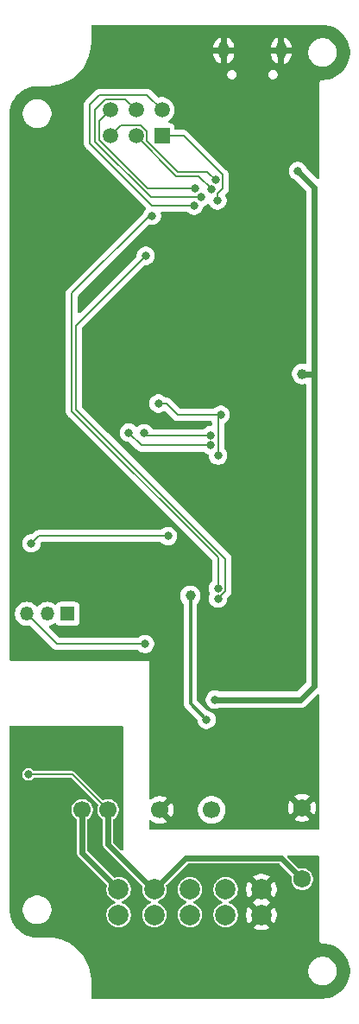
<source format=gbr>
%TF.GenerationSoftware,KiCad,Pcbnew,9.0.0*%
%TF.CreationDate,2025-03-09T10:42:14+03:00*%
%TF.ProjectId,PM_MCU-ESP32_C3,504d5f4d-4355-42d4-9553-5033325f4333,rev?*%
%TF.SameCoordinates,Original*%
%TF.FileFunction,Copper,L2,Bot*%
%TF.FilePolarity,Positive*%
%FSLAX46Y46*%
G04 Gerber Fmt 4.6, Leading zero omitted, Abs format (unit mm)*
G04 Created by KiCad (PCBNEW 9.0.0) date 2025-03-09 10:42:14*
%MOMM*%
%LPD*%
G01*
G04 APERTURE LIST*
%TA.AperFunction,ComponentPad*%
%ADD10R,1.500000X1.500000*%
%TD*%
%TA.AperFunction,ComponentPad*%
%ADD11C,1.500000*%
%TD*%
%TA.AperFunction,ComponentPad*%
%ADD12O,1.000000X1.700000*%
%TD*%
%TA.AperFunction,ComponentPad*%
%ADD13C,2.000000*%
%TD*%
%TA.AperFunction,ComponentPad*%
%ADD14C,1.725000*%
%TD*%
%TA.AperFunction,ComponentPad*%
%ADD15C,1.700000*%
%TD*%
%TA.AperFunction,ComponentPad*%
%ADD16R,1.350000X1.350000*%
%TD*%
%TA.AperFunction,ComponentPad*%
%ADD17O,1.350000X1.350000*%
%TD*%
%TA.AperFunction,ViaPad*%
%ADD18C,0.800000*%
%TD*%
%TA.AperFunction,ViaPad*%
%ADD19C,1.000000*%
%TD*%
%TA.AperFunction,Conductor*%
%ADD20C,0.200000*%
%TD*%
%TA.AperFunction,Conductor*%
%ADD21C,0.600000*%
%TD*%
%TA.AperFunction,Conductor*%
%ADD22C,0.300000*%
%TD*%
G04 APERTURE END LIST*
D10*
%TO.P,SW4,1*%
%TO.N,/SCK*%
X15240000Y36830000D03*
D11*
%TO.P,SW4,2*%
%TO.N,/MISO*%
X12700000Y36830000D03*
%TO.P,SW4,3*%
%TO.N,/MOSI*%
X10160000Y36830000D03*
%TO.P,SW4,4*%
%TO.N,Net-(RN1A-R1.2)*%
X10160000Y39370000D03*
%TO.P,SW4,5*%
%TO.N,Net-(RN1B-R2.2)*%
X12700000Y39370000D03*
%TO.P,SW4,6*%
%TO.N,Net-(RN1C-R3.2)*%
X15240000Y39370000D03*
%TD*%
D12*
%TO.P,J1,5,GND*%
%TO.N,GND_MCU*%
X26955029Y45202208D03*
X21305027Y45202208D03*
%TD*%
D13*
%TO.P,J6,1,Pin_1*%
%TO.N,+24V_BUS*%
X11000000Y-37000000D03*
%TO.P,J6,2,Pin_3*%
%TO.N,GND_BUS*%
X14500000Y-37000000D03*
%TO.P,J6,3,3*%
%TO.N,/A*%
X18000000Y-37000000D03*
%TO.P,J6,4,4*%
%TO.N,/B*%
X21500000Y-37000000D03*
%TO.P,J6,5,Pin_9*%
%TO.N,PE*%
X25000000Y-37000000D03*
%TO.P,J6,6,Pin_2*%
%TO.N,+24V_BUS*%
X11000000Y-39500000D03*
%TO.P,J6,7,Pin_4*%
%TO.N,GND_BUS*%
X14500000Y-39500000D03*
%TO.P,J6,8,Pin_6*%
%TO.N,/A*%
X18000000Y-39500000D03*
%TO.P,J6,9,Pin_8*%
%TO.N,/B*%
X21500000Y-39500000D03*
%TO.P,J6,10,Pin_10*%
%TO.N,PE*%
X25000000Y-39500000D03*
%TD*%
D14*
%TO.P,U4,1*%
%TO.N,GND_BUS*%
X29000000Y-36000000D03*
%TD*%
D15*
%TO.P,PS1,1,Vin*%
%TO.N,+24V_BUS*%
X7416800Y-29210000D03*
%TO.P,PS1,2,GND*%
%TO.N,GND_BUS*%
X9956800Y-29210000D03*
%TO.P,PS1,4,0V*%
%TO.N,GND_MCU*%
X15036800Y-29210000D03*
%TO.P,PS1,6,+V*%
%TO.N,+5V_MCU*%
X20116800Y-29210000D03*
%TD*%
D16*
%TO.P,J7,1,Pin_1*%
%TO.N,/UART_RTS*%
X6000000Y-10000000D03*
D17*
%TO.P,J7,2,Pin_2*%
%TO.N,/UART_RX*%
X4000000Y-10000000D03*
%TO.P,J7,3,Pin_3*%
%TO.N,/UART_TX*%
X2000000Y-10000000D03*
%TD*%
D14*
%TO.P,U3,1*%
%TO.N,GND_MCU*%
X29000000Y-29000000D03*
%TD*%
D18*
%TO.N,/SCL*%
X12000000Y7750000D03*
X20050000Y6500000D03*
%TO.N,/SDA*%
X13500000Y7709000D03*
X20050000Y7500002D03*
%TO.N,/USB_D+*%
X20750000Y-8500005D03*
X13651700Y25073700D03*
%TO.N,/USB_D-*%
X14272725Y29004725D03*
X20750000Y-7500002D03*
%TO.N,GND_MCU*%
X24496900Y37358200D03*
X5000000Y2500000D03*
X13590000Y20937600D03*
X24496900Y-2605000D03*
X800000Y-12800000D03*
X2540000Y-4812000D03*
X24496900Y22604900D03*
X24500300Y17074300D03*
X14690000Y16810300D03*
X15010000Y-24830000D03*
X2540000Y4812400D03*
X20088300Y10516500D03*
X9525000Y-11355000D03*
X20750000Y41242100D03*
X12490000Y16810200D03*
X24500300Y2927300D03*
X27250000Y41250000D03*
X15996000Y-8434000D03*
X24511900Y-17152000D03*
%TO.N,+3.3V_MCU*%
X28588000Y33388000D03*
D19*
X29000000Y13499993D03*
D18*
X20447000Y-18415000D03*
%TO.N,/SCK*%
X20700000Y30500000D03*
%TO.N,/MOSI*%
X20500000Y32512000D03*
%TO.N,/MISO*%
X20125955Y31584590D03*
%TO.N,/UART_TX*%
X13589000Y-12954000D03*
%TO.N,/INT*%
X14900000Y10600000D03*
X21000000Y9500000D03*
X20750000Y5500000D03*
%TO.N,GND_BUS*%
X2145000Y-25718000D03*
%TO.N,Net-(RN1A-R1.2)*%
X18500000Y31700000D03*
%TO.N,Net-(R5-Pad1)*%
X15831000Y-2385000D03*
X2439100Y-3098000D03*
%TO.N,+5V_MCU*%
X19620471Y-20382471D03*
D19*
X18037600Y-8226000D03*
D18*
%TO.N,Net-(RN1C-R3.2)*%
X18400000Y30000000D03*
%TO.N,Net-(RN1B-R2.2)*%
X19100000Y30800000D03*
%TD*%
D20*
%TO.N,/SCL*%
X13250000Y6500000D02*
X12000000Y7750000D01*
X20050000Y6500000D02*
X13250000Y6500000D01*
%TO.N,/SDA*%
X13708998Y7500002D02*
X13500000Y7709000D01*
X20050000Y7500002D02*
X13708998Y7500002D01*
%TO.N,/USB_D+*%
X6803100Y10046189D02*
X6803100Y18225100D01*
X21450000Y-4600711D02*
X6803100Y10046189D01*
X6803100Y18225100D02*
X13651700Y25073700D01*
X21450000Y-7789952D02*
X21450000Y-4600711D01*
X20750000Y-8500005D02*
X20750000Y-8489952D01*
X20750000Y-8489952D02*
X21450000Y-7789952D01*
%TO.N,/USB_D-*%
X13987925Y29004725D02*
X14272725Y29004725D01*
X20750000Y-4466397D02*
X6507098Y9776505D01*
X6403100Y21419900D02*
X13987925Y29004725D01*
X20750000Y-7500002D02*
X20750000Y-4466397D01*
X6507098Y9776505D02*
X6403100Y9880500D01*
X6403100Y9880500D02*
X6403100Y21419900D01*
D21*
%TO.N,+3.3V_MCU*%
X30200000Y13262000D02*
X30200000Y31776000D01*
D22*
X29037993Y13462000D02*
X29238000Y13462000D01*
D21*
X30000000Y13462000D02*
X30200000Y13262000D01*
X30200000Y-17044000D02*
X30200000Y13262000D01*
X20447000Y-18415000D02*
X28829000Y-18415000D01*
X30200000Y31776000D02*
X28588000Y33388000D01*
X29037993Y13462000D02*
X30000000Y13462000D01*
X28588000Y33388000D02*
X28575000Y33401000D01*
X28829000Y-18415000D02*
X30200000Y-17044000D01*
X29000000Y13499993D02*
X29037993Y13462000D01*
D20*
%TO.N,/SCK*%
X21200000Y31684000D02*
X21200000Y33000000D01*
X21200000Y33000000D02*
X17370000Y36830000D01*
X17370000Y36830000D02*
X15240000Y36830000D01*
X20700000Y31184000D02*
X21200000Y31684000D01*
X20700000Y30500000D02*
X20700000Y31184000D01*
%TO.N,/MOSI*%
X13751000Y37265339D02*
X13751000Y36346100D01*
X10270000Y36830000D02*
X10160000Y36830000D01*
X19712000Y33300000D02*
X20500000Y32512000D01*
X16797100Y33300000D02*
X19712000Y33300000D01*
X10160000Y36830000D02*
X11211000Y37881000D01*
X13751000Y36346100D02*
X16797100Y33300000D01*
X11211000Y37881000D02*
X13135339Y37881000D01*
X13135339Y37881000D02*
X13751000Y37265339D01*
%TO.N,/MISO*%
X20125955Y31648745D02*
X18874700Y32900000D01*
X16630000Y32900000D02*
X12700000Y36830000D01*
X20125955Y31584590D02*
X20125955Y31648745D01*
X18874700Y32900000D02*
X16630000Y32900000D01*
%TO.N,/UART_TX*%
X13589000Y-12954000D02*
X4954000Y-12954000D01*
X4954000Y-12954000D02*
X2000000Y-10000000D01*
%TO.N,/INT*%
X20750000Y9250000D02*
X20750000Y5500000D01*
X15677700Y10600000D02*
X16777700Y9500000D01*
X21000000Y9500000D02*
X20750000Y9250000D01*
X16777700Y9500000D02*
X21000000Y9500000D01*
X14900000Y10600000D02*
X15677700Y10600000D01*
D21*
%TO.N,GND_BUS*%
X26956000Y-33956000D02*
X17544000Y-33956000D01*
D20*
X6457900Y-25718000D02*
X9950000Y-29210000D01*
X14500000Y-37000000D02*
X14280900Y-37000000D01*
X2145000Y-25718000D02*
X6457900Y-25718000D01*
D21*
X17544000Y-33956000D02*
X14500000Y-37000000D01*
X14350736Y-37000000D02*
X9956800Y-32606064D01*
X9956800Y-32606064D02*
X9956800Y-29210000D01*
X14500000Y-37000000D02*
X14350736Y-37000000D01*
X29000000Y-36000000D02*
X26956000Y-33956000D01*
%TO.N,+24V_BUS*%
X7416800Y-33416800D02*
X7416800Y-29210000D01*
X11000000Y-37000000D02*
X7416800Y-33416800D01*
D20*
%TO.N,Net-(RN1A-R1.2)*%
X18500000Y31700000D02*
X13803661Y31700000D01*
X9109000Y38319000D02*
X10160000Y39370000D01*
X9109000Y36394661D02*
X9109000Y38319000D01*
X13803661Y31700000D02*
X9109000Y36394661D01*
%TO.N,Net-(R5-Pad1)*%
X2439100Y-3098000D02*
X3152400Y-2385000D01*
X3152400Y-2385000D02*
X15831000Y-2385000D01*
D22*
%TO.N,+5V_MCU*%
X19620471Y-20382471D02*
X18037600Y-18799600D01*
X18037600Y-18799600D02*
X18037600Y-8226000D01*
D20*
%TO.N,Net-(RN1C-R3.2)*%
X8200000Y39900000D02*
X9122000Y40822000D01*
X13788000Y40822000D02*
X15240000Y39370000D01*
X8200000Y36100000D02*
X8200000Y39900000D01*
X14300000Y30000000D02*
X8200000Y36100000D01*
X9122000Y40822000D02*
X13788000Y40822000D01*
X18400000Y30000000D02*
X14300000Y30000000D01*
%TO.N,Net-(RN1B-R2.2)*%
X19100000Y30800000D02*
X14136561Y30800000D01*
X8708000Y39404339D02*
X9724661Y40421000D01*
X11649000Y40421000D02*
X12700000Y39370000D01*
X8708000Y36228561D02*
X8708000Y39404339D01*
X14136561Y30800000D02*
X8708000Y36228561D01*
X9724661Y40421000D02*
X11649000Y40421000D01*
%TD*%
%TA.AperFunction,Conductor*%
%TO.N,PE*%
G36*
X11373039Y-20974685D02*
G01*
X11418794Y-21027489D01*
X11430000Y-21079000D01*
X11430000Y-33072088D01*
X11410315Y-33139127D01*
X11357511Y-33184882D01*
X11288353Y-33194826D01*
X11224797Y-33165801D01*
X11218319Y-33159769D01*
X10493619Y-32435069D01*
X10460134Y-32373746D01*
X10457300Y-32347388D01*
X10457300Y-30205281D01*
X10476985Y-30138242D01*
X10512410Y-30102178D01*
X10626455Y-30025977D01*
X10772777Y-29879655D01*
X10887741Y-29707598D01*
X10966930Y-29516420D01*
X11007300Y-29313465D01*
X11007300Y-29106535D01*
X10966930Y-28903580D01*
X10887741Y-28712402D01*
X10772777Y-28540345D01*
X10772775Y-28540342D01*
X10626457Y-28394024D01*
X10519228Y-28322377D01*
X10454398Y-28279059D01*
X10263220Y-28199870D01*
X10263212Y-28199868D01*
X10060269Y-28159500D01*
X10060265Y-28159500D01*
X9853335Y-28159500D01*
X9853330Y-28159500D01*
X9650387Y-28199868D01*
X9650379Y-28199870D01*
X9525005Y-28251802D01*
X9455535Y-28259271D01*
X9393056Y-28227996D01*
X9389872Y-28224923D01*
X6642408Y-25477537D01*
X6642406Y-25477535D01*
X6614417Y-25461377D01*
X6602084Y-25454257D01*
X6573889Y-25437979D01*
X6573886Y-25437978D01*
X6573884Y-25437977D01*
X6544751Y-25430171D01*
X6544750Y-25430170D01*
X6510132Y-25420894D01*
X6497462Y-25417500D01*
X6497461Y-25417500D01*
X2736496Y-25417500D01*
X2669457Y-25397815D01*
X2629108Y-25355499D01*
X2625520Y-25349284D01*
X2513717Y-25237481D01*
X2513709Y-25237475D01*
X2376790Y-25158426D01*
X2376786Y-25158424D01*
X2376784Y-25158423D01*
X2224057Y-25117500D01*
X2065943Y-25117500D01*
X1913216Y-25158423D01*
X1913209Y-25158426D01*
X1776290Y-25237475D01*
X1776282Y-25237481D01*
X1664481Y-25349282D01*
X1664475Y-25349290D01*
X1585426Y-25486209D01*
X1585423Y-25486216D01*
X1544500Y-25638943D01*
X1544500Y-25797056D01*
X1585423Y-25949783D01*
X1585426Y-25949790D01*
X1664475Y-26086709D01*
X1664479Y-26086714D01*
X1664480Y-26086716D01*
X1776284Y-26198520D01*
X1776286Y-26198521D01*
X1776290Y-26198524D01*
X1913209Y-26277573D01*
X1913216Y-26277577D01*
X2065943Y-26318500D01*
X2065945Y-26318500D01*
X2224055Y-26318500D01*
X2224057Y-26318500D01*
X2376784Y-26277577D01*
X2513716Y-26198520D01*
X2625520Y-26086716D01*
X2629108Y-26080500D01*
X2679675Y-26032285D01*
X2736496Y-26018500D01*
X6282069Y-26018500D01*
X6349108Y-26038185D01*
X6369749Y-26054817D01*
X8967724Y-28652717D01*
X9001210Y-28714040D01*
X8996226Y-28783732D01*
X8994605Y-28787852D01*
X8946671Y-28903575D01*
X8946668Y-28903587D01*
X8906300Y-29106530D01*
X8906300Y-29313469D01*
X8946668Y-29516412D01*
X8946670Y-29516420D01*
X9025858Y-29707596D01*
X9140824Y-29879657D01*
X9287140Y-30025973D01*
X9287143Y-30025975D01*
X9287145Y-30025977D01*
X9342555Y-30063000D01*
X9401190Y-30102178D01*
X9445996Y-30155791D01*
X9456300Y-30205281D01*
X9456300Y-32671955D01*
X9490408Y-32799251D01*
X9523354Y-32856314D01*
X9556300Y-32913378D01*
X9556302Y-32913380D01*
X13288861Y-36645939D01*
X13322346Y-36707262D01*
X13323653Y-36753018D01*
X13299500Y-36905513D01*
X13299500Y-37094486D01*
X13329059Y-37281118D01*
X13387454Y-37460836D01*
X13468722Y-37620332D01*
X13473240Y-37629199D01*
X13584310Y-37782073D01*
X13717927Y-37915690D01*
X13870801Y-38026760D01*
X13950347Y-38067290D01*
X14039163Y-38112545D01*
X14039165Y-38112545D01*
X14039168Y-38112547D01*
X14099251Y-38132069D01*
X14156926Y-38171507D01*
X14184124Y-38235866D01*
X14172209Y-38304712D01*
X14124965Y-38356188D01*
X14099253Y-38367930D01*
X14080756Y-38373939D01*
X14039163Y-38387454D01*
X13870800Y-38473240D01*
X13783579Y-38536610D01*
X13717927Y-38584310D01*
X13717925Y-38584312D01*
X13717924Y-38584312D01*
X13584312Y-38717924D01*
X13584312Y-38717925D01*
X13584310Y-38717927D01*
X13547990Y-38767917D01*
X13473240Y-38870800D01*
X13387454Y-39039163D01*
X13329059Y-39218881D01*
X13299500Y-39405513D01*
X13299500Y-39594486D01*
X13329059Y-39781118D01*
X13387454Y-39960836D01*
X13446033Y-40075802D01*
X13473240Y-40129199D01*
X13584310Y-40282073D01*
X13717927Y-40415690D01*
X13870801Y-40526760D01*
X13950347Y-40567290D01*
X14039163Y-40612545D01*
X14039165Y-40612545D01*
X14039168Y-40612547D01*
X14135497Y-40643846D01*
X14218881Y-40670940D01*
X14405514Y-40700500D01*
X14405519Y-40700500D01*
X14594486Y-40700500D01*
X14781118Y-40670940D01*
X14960832Y-40612547D01*
X15129199Y-40526760D01*
X15282073Y-40415690D01*
X15415690Y-40282073D01*
X15526760Y-40129199D01*
X15612547Y-39960832D01*
X15670940Y-39781118D01*
X15682981Y-39705096D01*
X15700500Y-39594486D01*
X15700500Y-39405513D01*
X15670940Y-39218881D01*
X15612545Y-39039163D01*
X15567290Y-38950347D01*
X15526760Y-38870801D01*
X15415690Y-38717927D01*
X15282073Y-38584310D01*
X15129199Y-38473240D01*
X15107912Y-38462394D01*
X14960834Y-38387454D01*
X14960833Y-38387453D01*
X14960832Y-38387453D01*
X14900748Y-38367930D01*
X14843073Y-38328493D01*
X14815875Y-38264135D01*
X14827790Y-38195288D01*
X14875034Y-38143813D01*
X14900746Y-38132069D01*
X14960832Y-38112547D01*
X15129199Y-38026760D01*
X15282073Y-37915690D01*
X15415690Y-37782073D01*
X15526760Y-37629199D01*
X15612547Y-37460832D01*
X15670940Y-37281118D01*
X15700500Y-37094486D01*
X15700500Y-36905513D01*
X16799500Y-36905513D01*
X16799500Y-37094486D01*
X16829059Y-37281118D01*
X16887454Y-37460836D01*
X16968722Y-37620332D01*
X16973240Y-37629199D01*
X17084310Y-37782073D01*
X17217927Y-37915690D01*
X17370801Y-38026760D01*
X17450347Y-38067290D01*
X17539163Y-38112545D01*
X17539165Y-38112545D01*
X17539168Y-38112547D01*
X17599251Y-38132069D01*
X17656926Y-38171507D01*
X17684124Y-38235866D01*
X17672209Y-38304712D01*
X17624965Y-38356188D01*
X17599253Y-38367930D01*
X17580756Y-38373939D01*
X17539163Y-38387454D01*
X17370800Y-38473240D01*
X17283579Y-38536610D01*
X17217927Y-38584310D01*
X17217925Y-38584312D01*
X17217924Y-38584312D01*
X17084312Y-38717924D01*
X17084312Y-38717925D01*
X17084310Y-38717927D01*
X17047990Y-38767917D01*
X16973240Y-38870800D01*
X16887454Y-39039163D01*
X16829059Y-39218881D01*
X16799500Y-39405513D01*
X16799500Y-39594486D01*
X16829059Y-39781118D01*
X16887454Y-39960836D01*
X16946033Y-40075802D01*
X16973240Y-40129199D01*
X17084310Y-40282073D01*
X17217927Y-40415690D01*
X17370801Y-40526760D01*
X17450347Y-40567290D01*
X17539163Y-40612545D01*
X17539165Y-40612545D01*
X17539168Y-40612547D01*
X17635497Y-40643846D01*
X17718881Y-40670940D01*
X17905514Y-40700500D01*
X17905519Y-40700500D01*
X18094486Y-40700500D01*
X18281118Y-40670940D01*
X18460832Y-40612547D01*
X18629199Y-40526760D01*
X18782073Y-40415690D01*
X18915690Y-40282073D01*
X19026760Y-40129199D01*
X19112547Y-39960832D01*
X19170940Y-39781118D01*
X19182981Y-39705096D01*
X19200500Y-39594486D01*
X19200500Y-39405513D01*
X19170940Y-39218881D01*
X19112545Y-39039163D01*
X19067290Y-38950347D01*
X19026760Y-38870801D01*
X18915690Y-38717927D01*
X18782073Y-38584310D01*
X18629199Y-38473240D01*
X18607912Y-38462394D01*
X18460834Y-38387454D01*
X18460833Y-38387453D01*
X18460832Y-38387453D01*
X18400748Y-38367930D01*
X18343073Y-38328493D01*
X18315875Y-38264135D01*
X18327790Y-38195288D01*
X18375034Y-38143813D01*
X18400746Y-38132069D01*
X18460832Y-38112547D01*
X18629199Y-38026760D01*
X18782073Y-37915690D01*
X18915690Y-37782073D01*
X19026760Y-37629199D01*
X19112547Y-37460832D01*
X19170940Y-37281118D01*
X19200500Y-37094486D01*
X19200500Y-36905513D01*
X20299500Y-36905513D01*
X20299500Y-37094486D01*
X20329059Y-37281118D01*
X20387454Y-37460836D01*
X20468722Y-37620332D01*
X20473240Y-37629199D01*
X20584310Y-37782073D01*
X20717927Y-37915690D01*
X20870801Y-38026760D01*
X20950347Y-38067290D01*
X21039163Y-38112545D01*
X21039165Y-38112545D01*
X21039168Y-38112547D01*
X21099251Y-38132069D01*
X21156926Y-38171507D01*
X21184124Y-38235866D01*
X21172209Y-38304712D01*
X21124965Y-38356188D01*
X21099253Y-38367930D01*
X21080756Y-38373939D01*
X21039163Y-38387454D01*
X20870800Y-38473240D01*
X20783579Y-38536610D01*
X20717927Y-38584310D01*
X20717925Y-38584312D01*
X20717924Y-38584312D01*
X20584312Y-38717924D01*
X20584312Y-38717925D01*
X20584310Y-38717927D01*
X20547990Y-38767917D01*
X20473240Y-38870800D01*
X20387454Y-39039163D01*
X20329059Y-39218881D01*
X20299500Y-39405513D01*
X20299500Y-39594486D01*
X20329059Y-39781118D01*
X20387454Y-39960836D01*
X20446033Y-40075802D01*
X20473240Y-40129199D01*
X20584310Y-40282073D01*
X20717927Y-40415690D01*
X20870801Y-40526760D01*
X20950347Y-40567290D01*
X21039163Y-40612545D01*
X21039165Y-40612545D01*
X21039168Y-40612547D01*
X21135497Y-40643846D01*
X21218881Y-40670940D01*
X21405514Y-40700500D01*
X21405519Y-40700500D01*
X21594486Y-40700500D01*
X21781118Y-40670940D01*
X21960832Y-40612547D01*
X22129199Y-40526760D01*
X22282073Y-40415690D01*
X22415690Y-40282073D01*
X22526760Y-40129199D01*
X22612547Y-39960832D01*
X22670940Y-39781118D01*
X22682981Y-39705096D01*
X22700500Y-39594486D01*
X22700500Y-39405514D01*
X22699068Y-39396474D01*
X22699068Y-39396473D01*
X22670940Y-39218881D01*
X22612545Y-39039163D01*
X22567290Y-38950347D01*
X22526760Y-38870801D01*
X22415690Y-38717927D01*
X22282073Y-38584310D01*
X22129199Y-38473240D01*
X22107912Y-38462394D01*
X21960834Y-38387454D01*
X21960833Y-38387453D01*
X21960832Y-38387453D01*
X21900748Y-38367930D01*
X21878314Y-38352590D01*
X21854078Y-38340293D01*
X21849897Y-38333159D01*
X21843073Y-38328493D01*
X21832493Y-38303459D01*
X21818753Y-38280011D01*
X21819093Y-38271750D01*
X21815875Y-38264135D01*
X21820509Y-38237354D01*
X21821628Y-38210200D01*
X21826380Y-38203434D01*
X21827790Y-38195288D01*
X21846166Y-38175266D01*
X21861788Y-38153026D01*
X21871249Y-38147936D01*
X21875034Y-38143813D01*
X21892239Y-38135182D01*
X21896431Y-38133472D01*
X21960832Y-38112547D01*
X22129199Y-38026760D01*
X22282073Y-37915690D01*
X22415690Y-37782073D01*
X22526760Y-37629199D01*
X22612547Y-37460832D01*
X22670940Y-37281118D01*
X22700500Y-37094486D01*
X22700500Y-36905514D01*
X22699068Y-36896474D01*
X22699068Y-36896473D01*
X22696767Y-36881947D01*
X23500000Y-36881947D01*
X23500000Y-37118052D01*
X23536934Y-37351247D01*
X23609897Y-37575802D01*
X23717081Y-37786163D01*
X23717089Y-37786176D01*
X23747584Y-37828149D01*
X23747586Y-37828150D01*
X24339979Y-37235756D01*
X24379668Y-37331574D01*
X24456274Y-37446224D01*
X24553776Y-37543726D01*
X24668426Y-37620332D01*
X24764243Y-37660020D01*
X24174264Y-38250000D01*
X24764243Y-38839979D01*
X24668426Y-38879668D01*
X24553776Y-38956274D01*
X24456274Y-39053776D01*
X24379668Y-39168426D01*
X24339979Y-39264242D01*
X23747585Y-38671848D01*
X23747584Y-38671849D01*
X23717087Y-38713824D01*
X23609897Y-38924197D01*
X23536934Y-39148752D01*
X23500000Y-39381947D01*
X23500000Y-39618052D01*
X23536934Y-39851247D01*
X23609897Y-40075802D01*
X23717081Y-40286163D01*
X23717089Y-40286176D01*
X23747584Y-40328149D01*
X23747586Y-40328150D01*
X24339979Y-39735756D01*
X24379668Y-39831574D01*
X24456274Y-39946224D01*
X24553776Y-40043726D01*
X24668426Y-40120332D01*
X24764243Y-40160020D01*
X24171849Y-40752413D01*
X24213828Y-40782914D01*
X24424197Y-40890102D01*
X24648752Y-40963065D01*
X24648751Y-40963065D01*
X24881948Y-41000000D01*
X25118052Y-41000000D01*
X25351247Y-40963065D01*
X25575802Y-40890102D01*
X25786171Y-40782914D01*
X25828149Y-40752413D01*
X25235756Y-40160020D01*
X25331574Y-40120332D01*
X25446224Y-40043726D01*
X25543726Y-39946224D01*
X25620332Y-39831574D01*
X25660020Y-39735756D01*
X26252413Y-40328149D01*
X26282914Y-40286171D01*
X26390102Y-40075802D01*
X26463065Y-39851247D01*
X26500000Y-39618052D01*
X26500000Y-39381947D01*
X26463065Y-39148752D01*
X26390102Y-38924197D01*
X26282914Y-38713828D01*
X26252413Y-38671849D01*
X25660020Y-39264242D01*
X25620332Y-39168426D01*
X25543726Y-39053776D01*
X25446224Y-38956274D01*
X25331574Y-38879668D01*
X25235756Y-38839979D01*
X25825736Y-38250000D01*
X25235756Y-37660020D01*
X25331574Y-37620332D01*
X25446224Y-37543726D01*
X25543726Y-37446224D01*
X25620332Y-37331574D01*
X25660020Y-37235756D01*
X26252413Y-37828149D01*
X26282914Y-37786171D01*
X26390102Y-37575802D01*
X26463065Y-37351247D01*
X26500000Y-37118052D01*
X26500000Y-36881947D01*
X26463065Y-36648752D01*
X26390102Y-36424197D01*
X26282914Y-36213828D01*
X26252413Y-36171849D01*
X25660020Y-36764242D01*
X25620332Y-36668426D01*
X25543726Y-36553776D01*
X25446224Y-36456274D01*
X25331574Y-36379668D01*
X25235757Y-36339979D01*
X25828150Y-35747586D01*
X25828149Y-35747584D01*
X25786176Y-35717089D01*
X25786163Y-35717081D01*
X25575802Y-35609897D01*
X25351247Y-35536934D01*
X25351248Y-35536934D01*
X25118052Y-35500000D01*
X24881948Y-35500000D01*
X24648752Y-35536934D01*
X24424197Y-35609897D01*
X24213824Y-35717087D01*
X24171849Y-35747584D01*
X24171848Y-35747585D01*
X24764243Y-36339979D01*
X24668426Y-36379668D01*
X24553776Y-36456274D01*
X24456274Y-36553776D01*
X24379668Y-36668426D01*
X24339979Y-36764242D01*
X23747585Y-36171848D01*
X23747584Y-36171849D01*
X23717087Y-36213824D01*
X23609897Y-36424197D01*
X23536934Y-36648752D01*
X23500000Y-36881947D01*
X22696767Y-36881947D01*
X22670940Y-36718881D01*
X22627093Y-36583936D01*
X22612547Y-36539168D01*
X22612545Y-36539165D01*
X22612545Y-36539163D01*
X22567290Y-36450347D01*
X22526760Y-36370801D01*
X22415690Y-36217927D01*
X22282073Y-36084310D01*
X22129199Y-35973240D01*
X21995918Y-35905330D01*
X21960836Y-35887454D01*
X21781118Y-35829059D01*
X21594486Y-35799500D01*
X21594481Y-35799500D01*
X21405519Y-35799500D01*
X21405514Y-35799500D01*
X21218881Y-35829059D01*
X21039163Y-35887454D01*
X20870800Y-35973240D01*
X20783579Y-36036610D01*
X20717927Y-36084310D01*
X20717925Y-36084312D01*
X20717924Y-36084312D01*
X20584312Y-36217924D01*
X20584312Y-36217925D01*
X20584310Y-36217927D01*
X20536610Y-36283579D01*
X20473240Y-36370800D01*
X20387454Y-36539163D01*
X20329059Y-36718881D01*
X20299500Y-36905513D01*
X19200500Y-36905513D01*
X19170940Y-36718881D01*
X19127093Y-36583936D01*
X19112547Y-36539168D01*
X19112545Y-36539165D01*
X19112545Y-36539163D01*
X19067290Y-36450347D01*
X19026760Y-36370801D01*
X18915690Y-36217927D01*
X18782073Y-36084310D01*
X18629199Y-35973240D01*
X18460836Y-35887454D01*
X18281118Y-35829059D01*
X18094486Y-35799500D01*
X18094481Y-35799500D01*
X17905519Y-35799500D01*
X17905514Y-35799500D01*
X17718881Y-35829059D01*
X17539163Y-35887454D01*
X17370800Y-35973240D01*
X17283579Y-36036610D01*
X17217927Y-36084310D01*
X17217925Y-36084312D01*
X17217924Y-36084312D01*
X17084312Y-36217924D01*
X17084312Y-36217925D01*
X17084310Y-36217927D01*
X17036610Y-36283579D01*
X16973240Y-36370800D01*
X16887454Y-36539163D01*
X16829059Y-36718881D01*
X16799500Y-36905513D01*
X15700500Y-36905513D01*
X15683125Y-36795818D01*
X15670940Y-36718882D01*
X15649784Y-36653774D01*
X15647790Y-36583936D01*
X15680033Y-36527779D01*
X17714995Y-34492819D01*
X17776318Y-34459334D01*
X17802676Y-34456500D01*
X26697324Y-34456500D01*
X26764363Y-34476185D01*
X26785005Y-34492819D01*
X27931692Y-35639506D01*
X27965177Y-35700829D01*
X27965628Y-35751378D01*
X27937000Y-35895299D01*
X27937000Y-35895304D01*
X27937000Y-36104696D01*
X27937000Y-36104698D01*
X27936999Y-36104698D01*
X27977849Y-36310060D01*
X27977851Y-36310066D01*
X28057982Y-36503521D01*
X28174310Y-36677618D01*
X28174316Y-36677626D01*
X28322373Y-36825683D01*
X28322381Y-36825689D01*
X28496478Y-36942017D01*
X28553140Y-36965487D01*
X28689934Y-37022149D01*
X28689938Y-37022149D01*
X28689939Y-37022150D01*
X28895301Y-37063000D01*
X28895304Y-37063000D01*
X29104698Y-37063000D01*
X29242863Y-37035516D01*
X29310066Y-37022149D01*
X29503519Y-36942018D01*
X29503519Y-36942017D01*
X29503521Y-36942017D01*
X29593422Y-36881947D01*
X29677623Y-36825686D01*
X29825686Y-36677623D01*
X29918202Y-36539163D01*
X29942017Y-36503521D01*
X29942018Y-36503519D01*
X30022149Y-36310066D01*
X30041293Y-36213824D01*
X30063000Y-36104698D01*
X30063000Y-35895301D01*
X30022150Y-35689939D01*
X30022149Y-35689938D01*
X30022149Y-35689934D01*
X29942018Y-35496481D01*
X29942017Y-35496478D01*
X29825689Y-35322381D01*
X29825683Y-35322373D01*
X29677626Y-35174316D01*
X29677618Y-35174310D01*
X29503521Y-35057982D01*
X29310066Y-34977851D01*
X29310060Y-34977849D01*
X29104698Y-34937000D01*
X29104696Y-34937000D01*
X28895304Y-34937000D01*
X28895301Y-34937000D01*
X28751378Y-34965628D01*
X28681787Y-34959401D01*
X28639506Y-34931692D01*
X27574495Y-33866681D01*
X27541010Y-33805358D01*
X27545994Y-33735666D01*
X27587866Y-33679733D01*
X27653330Y-33655316D01*
X27662176Y-33655000D01*
X30575500Y-33655000D01*
X30642539Y-33674685D01*
X30688294Y-33727489D01*
X30699500Y-33779000D01*
X30699500Y-42047598D01*
X30701970Y-42055198D01*
X30711777Y-42085381D01*
X30719979Y-42115989D01*
X30723965Y-42122894D01*
X30727987Y-42135273D01*
X30727988Y-42135275D01*
X30728912Y-42138119D01*
X30728914Y-42138123D01*
X30728915Y-42138125D01*
X30747634Y-42163889D01*
X30759540Y-42184511D01*
X30770789Y-42195760D01*
X30776519Y-42203647D01*
X30776522Y-42203650D01*
X30784866Y-42215134D01*
X30784867Y-42215134D01*
X30784868Y-42215136D01*
X30796344Y-42223474D01*
X30796343Y-42223474D01*
X30804241Y-42229212D01*
X30815489Y-42240460D01*
X30836102Y-42252360D01*
X30841365Y-42256184D01*
X30861871Y-42271083D01*
X30861877Y-42271086D01*
X30864712Y-42272007D01*
X30864711Y-42272007D01*
X30877104Y-42276033D01*
X30884011Y-42280021D01*
X30914612Y-42288220D01*
X30917701Y-42289224D01*
X30917704Y-42289225D01*
X30952400Y-42300499D01*
X30952403Y-42300499D01*
X30952405Y-42300500D01*
X30996396Y-42300500D01*
X31003605Y-42300709D01*
X31306184Y-42318333D01*
X31320504Y-42320006D01*
X31615441Y-42372011D01*
X31629450Y-42375331D01*
X31817098Y-42431510D01*
X31916365Y-42461229D01*
X31929915Y-42466161D01*
X32014134Y-42502489D01*
X32204911Y-42584782D01*
X32217783Y-42591247D01*
X32470809Y-42737332D01*
X32477143Y-42740989D01*
X32489190Y-42748913D01*
X32729412Y-42927751D01*
X32740459Y-42937020D01*
X32958291Y-43142534D01*
X32968186Y-43153022D01*
X33160686Y-43382433D01*
X33169297Y-43394000D01*
X33333866Y-43644215D01*
X33341075Y-43656700D01*
X33408280Y-43790516D01*
X33475483Y-43924330D01*
X33481194Y-43937570D01*
X33583622Y-44218987D01*
X33587758Y-44232802D01*
X33656823Y-44524209D01*
X33659327Y-44538409D01*
X33694095Y-44835867D01*
X33694933Y-44850263D01*
X33694933Y-45149736D01*
X33694095Y-45164132D01*
X33659327Y-45461590D01*
X33656823Y-45475790D01*
X33587758Y-45767197D01*
X33583622Y-45781012D01*
X33481194Y-46062429D01*
X33475483Y-46075669D01*
X33341077Y-46343296D01*
X33333866Y-46355784D01*
X33169297Y-46605999D01*
X33160686Y-46617566D01*
X32968186Y-46846977D01*
X32958291Y-46857465D01*
X32740459Y-47062979D01*
X32729412Y-47072248D01*
X32489190Y-47251086D01*
X32477143Y-47259010D01*
X32217790Y-47408748D01*
X32204904Y-47415220D01*
X31929915Y-47533838D01*
X31916365Y-47538770D01*
X31629461Y-47624665D01*
X31615429Y-47627990D01*
X31320505Y-47679992D01*
X31306183Y-47681666D01*
X31003606Y-47699290D01*
X30996396Y-47699500D01*
X8424500Y-47699500D01*
X8357461Y-47679815D01*
X8311706Y-47627011D01*
X8300500Y-47575500D01*
X8300500Y-45801178D01*
X8298631Y-45781012D01*
X8263810Y-45405224D01*
X8190742Y-45014346D01*
X8155300Y-44889778D01*
X29599500Y-44889778D01*
X29599500Y-44921635D01*
X29599500Y-45110222D01*
X29606903Y-45156962D01*
X29633985Y-45327952D01*
X29702103Y-45537603D01*
X29702104Y-45537606D01*
X29743079Y-45618022D01*
X29787446Y-45705096D01*
X29802187Y-45734025D01*
X29931752Y-45912358D01*
X29931756Y-45912363D01*
X30087636Y-46068243D01*
X30087641Y-46068247D01*
X30097857Y-46075669D01*
X30265978Y-46197815D01*
X30394375Y-46263237D01*
X30462393Y-46297895D01*
X30462396Y-46297896D01*
X30567221Y-46331955D01*
X30672049Y-46366015D01*
X30889778Y-46400500D01*
X30889779Y-46400500D01*
X31110221Y-46400500D01*
X31110222Y-46400500D01*
X31327951Y-46366015D01*
X31537606Y-46297895D01*
X31734022Y-46197815D01*
X31912365Y-46068242D01*
X32068242Y-45912365D01*
X32197815Y-45734022D01*
X32297895Y-45537606D01*
X32366015Y-45327951D01*
X32400500Y-45110222D01*
X32400500Y-44889778D01*
X32366015Y-44672049D01*
X32317980Y-44524209D01*
X32297896Y-44462396D01*
X32297895Y-44462393D01*
X32263237Y-44394375D01*
X32197815Y-44265978D01*
X32153040Y-44204350D01*
X32068247Y-44087641D01*
X32068243Y-44087636D01*
X31912363Y-43931756D01*
X31912358Y-43931752D01*
X31734025Y-43802187D01*
X31734024Y-43802186D01*
X31734022Y-43802185D01*
X31671096Y-43770122D01*
X31537606Y-43702104D01*
X31537603Y-43702103D01*
X31327952Y-43633985D01*
X31219086Y-43616742D01*
X31110222Y-43599500D01*
X30889778Y-43599500D01*
X30817201Y-43610995D01*
X30672047Y-43633985D01*
X30462396Y-43702103D01*
X30462393Y-43702104D01*
X30265974Y-43802187D01*
X30087641Y-43931752D01*
X30087636Y-43931756D01*
X29931756Y-44087636D01*
X29931752Y-44087641D01*
X29802187Y-44265974D01*
X29702104Y-44462393D01*
X29702103Y-44462396D01*
X29633985Y-44672047D01*
X29633985Y-44672049D01*
X29599500Y-44889778D01*
X8155300Y-44889778D01*
X8081921Y-44631878D01*
X7938274Y-44261082D01*
X7761027Y-43905122D01*
X7551692Y-43567035D01*
X7312055Y-43249704D01*
X7312052Y-43249700D01*
X7044161Y-42955838D01*
X6750299Y-42687947D01*
X6750290Y-42687940D01*
X6456606Y-42466161D01*
X6432965Y-42448308D01*
X6094878Y-42238973D01*
X5738918Y-42061726D01*
X5368122Y-41918079D01*
X5368120Y-41918078D01*
X5368119Y-41918078D01*
X4985661Y-41809260D01*
X4985661Y-41809259D01*
X4594767Y-41736188D01*
X4275044Y-41706562D01*
X4198824Y-41699500D01*
X4198821Y-41699500D01*
X3003481Y-41699500D01*
X2996528Y-41699305D01*
X2704703Y-41682916D01*
X2690885Y-41681359D01*
X2406172Y-41632984D01*
X2392615Y-41629890D01*
X2115100Y-41549939D01*
X2101975Y-41545346D01*
X1835165Y-41434830D01*
X1822637Y-41428797D01*
X1569874Y-41289100D01*
X1558100Y-41281702D01*
X1322569Y-41114584D01*
X1311697Y-41105914D01*
X1096357Y-40913475D01*
X1086524Y-40903642D01*
X894085Y-40688302D01*
X885415Y-40677430D01*
X718297Y-40441899D01*
X710899Y-40430125D01*
X675466Y-40366014D01*
X571198Y-40177355D01*
X565172Y-40164841D01*
X454653Y-39898024D01*
X450060Y-39884899D01*
X370109Y-39607384D01*
X367015Y-39593827D01*
X335020Y-39405519D01*
X318638Y-39309103D01*
X317084Y-39295306D01*
X300695Y-39003472D01*
X300500Y-38996519D01*
X300500Y-38889778D01*
X1599500Y-38889778D01*
X1599500Y-39110221D01*
X1633985Y-39327952D01*
X1702103Y-39537603D01*
X1702104Y-39537606D01*
X1770122Y-39671096D01*
X1787446Y-39705096D01*
X1802187Y-39734025D01*
X1931752Y-39912358D01*
X1931756Y-39912363D01*
X2087636Y-40068243D01*
X2087641Y-40068247D01*
X2220583Y-40164834D01*
X2265978Y-40197815D01*
X2394375Y-40263237D01*
X2462393Y-40297895D01*
X2462396Y-40297896D01*
X2555508Y-40328149D01*
X2672049Y-40366015D01*
X2889778Y-40400500D01*
X2889779Y-40400500D01*
X3110221Y-40400500D01*
X3110222Y-40400500D01*
X3327951Y-40366015D01*
X3537606Y-40297895D01*
X3734022Y-40197815D01*
X3912365Y-40068242D01*
X4068242Y-39912365D01*
X4197815Y-39734022D01*
X4297895Y-39537606D01*
X4366015Y-39327951D01*
X4400500Y-39110222D01*
X4400500Y-38889778D01*
X4366015Y-38672049D01*
X4331955Y-38567221D01*
X4297896Y-38462396D01*
X4297895Y-38462393D01*
X4259710Y-38387453D01*
X4197815Y-38265978D01*
X4177019Y-38237354D01*
X4068247Y-38087641D01*
X4068243Y-38087636D01*
X3912363Y-37931756D01*
X3912358Y-37931752D01*
X3734025Y-37802187D01*
X3734024Y-37802186D01*
X3734022Y-37802185D01*
X3671096Y-37770122D01*
X3537606Y-37702104D01*
X3537603Y-37702103D01*
X3327952Y-37633985D01*
X3219086Y-37616742D01*
X3110222Y-37599500D01*
X2889778Y-37599500D01*
X2817201Y-37610995D01*
X2672047Y-37633985D01*
X2462396Y-37702103D01*
X2462393Y-37702104D01*
X2265974Y-37802187D01*
X2087641Y-37931752D01*
X2087636Y-37931756D01*
X1931756Y-38087636D01*
X1931752Y-38087641D01*
X1802187Y-38265974D01*
X1702104Y-38462393D01*
X1702103Y-38462396D01*
X1633985Y-38672047D01*
X1599500Y-38889778D01*
X300500Y-38889778D01*
X300500Y-29106530D01*
X6366300Y-29106530D01*
X6366300Y-29313469D01*
X6406668Y-29516412D01*
X6406670Y-29516420D01*
X6485858Y-29707596D01*
X6600824Y-29879657D01*
X6747140Y-30025973D01*
X6747143Y-30025975D01*
X6747145Y-30025977D01*
X6802555Y-30063000D01*
X6861190Y-30102178D01*
X6905996Y-30155791D01*
X6916300Y-30205281D01*
X6916300Y-33482691D01*
X6950408Y-33609987D01*
X6976397Y-33655000D01*
X7016300Y-33724114D01*
X7016302Y-33724116D01*
X9819963Y-36527777D01*
X9853448Y-36589100D01*
X9850213Y-36653775D01*
X9829060Y-36718878D01*
X9799500Y-36905513D01*
X9799500Y-37094486D01*
X9829059Y-37281118D01*
X9887454Y-37460836D01*
X9968722Y-37620332D01*
X9973240Y-37629199D01*
X10084310Y-37782073D01*
X10217927Y-37915690D01*
X10370801Y-38026760D01*
X10450347Y-38067290D01*
X10539163Y-38112545D01*
X10539165Y-38112545D01*
X10539168Y-38112547D01*
X10599251Y-38132069D01*
X10656926Y-38171507D01*
X10684124Y-38235866D01*
X10672209Y-38304712D01*
X10624965Y-38356188D01*
X10599253Y-38367930D01*
X10580756Y-38373939D01*
X10539163Y-38387454D01*
X10370800Y-38473240D01*
X10283579Y-38536610D01*
X10217927Y-38584310D01*
X10217925Y-38584312D01*
X10217924Y-38584312D01*
X10084312Y-38717924D01*
X10084312Y-38717925D01*
X10084310Y-38717927D01*
X10047990Y-38767917D01*
X9973240Y-38870800D01*
X9887454Y-39039163D01*
X9829059Y-39218881D01*
X9799500Y-39405513D01*
X9799500Y-39594486D01*
X9829059Y-39781118D01*
X9887454Y-39960836D01*
X9946033Y-40075802D01*
X9973240Y-40129199D01*
X10084310Y-40282073D01*
X10217927Y-40415690D01*
X10370801Y-40526760D01*
X10450347Y-40567290D01*
X10539163Y-40612545D01*
X10539165Y-40612545D01*
X10539168Y-40612547D01*
X10635497Y-40643846D01*
X10718881Y-40670940D01*
X10905514Y-40700500D01*
X10905519Y-40700500D01*
X11094486Y-40700500D01*
X11281118Y-40670940D01*
X11460832Y-40612547D01*
X11629199Y-40526760D01*
X11782073Y-40415690D01*
X11915690Y-40282073D01*
X12026760Y-40129199D01*
X12112547Y-39960832D01*
X12170940Y-39781118D01*
X12182981Y-39705096D01*
X12200500Y-39594486D01*
X12200500Y-39405513D01*
X12170940Y-39218881D01*
X12112545Y-39039163D01*
X12067290Y-38950347D01*
X12026760Y-38870801D01*
X11915690Y-38717927D01*
X11782073Y-38584310D01*
X11629199Y-38473240D01*
X11607912Y-38462394D01*
X11460834Y-38387454D01*
X11460833Y-38387453D01*
X11460832Y-38387453D01*
X11400748Y-38367930D01*
X11343073Y-38328493D01*
X11315875Y-38264135D01*
X11327790Y-38195288D01*
X11375034Y-38143813D01*
X11400746Y-38132069D01*
X11460832Y-38112547D01*
X11629199Y-38026760D01*
X11782073Y-37915690D01*
X11915690Y-37782073D01*
X12026760Y-37629199D01*
X12112547Y-37460832D01*
X12170940Y-37281118D01*
X12200500Y-37094486D01*
X12200500Y-36905513D01*
X12170940Y-36718881D01*
X12127093Y-36583936D01*
X12112547Y-36539168D01*
X12112545Y-36539165D01*
X12112545Y-36539163D01*
X12067290Y-36450347D01*
X12026760Y-36370801D01*
X11915690Y-36217927D01*
X11782073Y-36084310D01*
X11629199Y-35973240D01*
X11460836Y-35887454D01*
X11281118Y-35829059D01*
X11094486Y-35799500D01*
X11094481Y-35799500D01*
X10905519Y-35799500D01*
X10905514Y-35799500D01*
X10718878Y-35829060D01*
X10653775Y-35850213D01*
X10583934Y-35852208D01*
X10527777Y-35819963D01*
X7953619Y-33245805D01*
X7920134Y-33184482D01*
X7917300Y-33158124D01*
X7917300Y-30205281D01*
X7936985Y-30138242D01*
X7972410Y-30102178D01*
X8086455Y-30025977D01*
X8232777Y-29879655D01*
X8347741Y-29707598D01*
X8426930Y-29516420D01*
X8467300Y-29313465D01*
X8467300Y-29106535D01*
X8426930Y-28903580D01*
X8347741Y-28712402D01*
X8232777Y-28540345D01*
X8232775Y-28540342D01*
X8086457Y-28394024D01*
X7979228Y-28322377D01*
X7914398Y-28279059D01*
X7723220Y-28199870D01*
X7723212Y-28199868D01*
X7520269Y-28159500D01*
X7520265Y-28159500D01*
X7313335Y-28159500D01*
X7313330Y-28159500D01*
X7110387Y-28199868D01*
X7110379Y-28199870D01*
X6919203Y-28279058D01*
X6747142Y-28394024D01*
X6600824Y-28540342D01*
X6485858Y-28712403D01*
X6406670Y-28903579D01*
X6406668Y-28903587D01*
X6366300Y-29106530D01*
X300500Y-29106530D01*
X300500Y-21079000D01*
X320185Y-21011961D01*
X372989Y-20966206D01*
X424500Y-20955000D01*
X11306000Y-20955000D01*
X11373039Y-20974685D01*
G37*
%TD.AperFunction*%
%TD*%
%TA.AperFunction,Conductor*%
%TO.N,GND_MCU*%
G36*
X31003605Y47699291D02*
G01*
X31306184Y47681667D01*
X31320504Y47679994D01*
X31615441Y47627989D01*
X31629450Y47624669D01*
X31817098Y47568490D01*
X31916365Y47538771D01*
X31929915Y47533839D01*
X32014134Y47497511D01*
X32204911Y47415218D01*
X32217783Y47408753D01*
X32477143Y47259011D01*
X32489190Y47251087D01*
X32729412Y47072249D01*
X32740459Y47062980D01*
X32958291Y46857466D01*
X32968186Y46846978D01*
X33160686Y46617567D01*
X33169297Y46606000D01*
X33333866Y46355785D01*
X33341075Y46343300D01*
X33408280Y46209484D01*
X33475483Y46075670D01*
X33481194Y46062430D01*
X33583622Y45781013D01*
X33587758Y45767198D01*
X33656823Y45475791D01*
X33659327Y45461591D01*
X33694095Y45164133D01*
X33694933Y45149737D01*
X33694933Y44850264D01*
X33694095Y44835868D01*
X33659327Y44538410D01*
X33656823Y44524210D01*
X33587758Y44232803D01*
X33583622Y44218988D01*
X33481194Y43937571D01*
X33475483Y43924331D01*
X33341077Y43656704D01*
X33333866Y43644216D01*
X33169297Y43394001D01*
X33160686Y43382434D01*
X32968186Y43153023D01*
X32958291Y43142535D01*
X32740459Y42937021D01*
X32729412Y42927752D01*
X32489190Y42748914D01*
X32477143Y42740990D01*
X32217790Y42591252D01*
X32204904Y42584780D01*
X31929915Y42466162D01*
X31916365Y42461230D01*
X31629461Y42375335D01*
X31615429Y42372010D01*
X31320505Y42320008D01*
X31306183Y42318334D01*
X31009118Y42301032D01*
X31009107Y42301031D01*
X31000000Y42300500D01*
X30952405Y42300500D01*
X30914618Y42288223D01*
X30904613Y42285542D01*
X30904607Y42285541D01*
X30884007Y42280021D01*
X30876510Y42276915D01*
X30876390Y42277204D01*
X30864727Y42272013D01*
X30861880Y42271088D01*
X30861873Y42271085D01*
X30841364Y42256184D01*
X30836105Y42252364D01*
X30815489Y42240460D01*
X30804238Y42229211D01*
X30796347Y42223477D01*
X30796346Y42223476D01*
X30784866Y42215134D01*
X30770791Y42195763D01*
X30759540Y42184511D01*
X30747641Y42163903D01*
X30743816Y42158638D01*
X30743816Y42158636D01*
X30728915Y42138127D01*
X30728912Y42138120D01*
X30727991Y42135289D01*
X30727992Y42135288D01*
X30723966Y42122897D01*
X30719979Y42115989D01*
X30711781Y42085398D01*
X30710775Y42082301D01*
X30699501Y42047601D01*
X30699500Y42047592D01*
X30699500Y32707940D01*
X30679815Y32640901D01*
X30627011Y32595146D01*
X30557853Y32585202D01*
X30494297Y32614227D01*
X30487819Y32620259D01*
X29468847Y33639231D01*
X29441967Y33679460D01*
X29386015Y33814541D01*
X29386013Y33814547D01*
X29386011Y33814549D01*
X29386011Y33814551D01*
X29287464Y33962035D01*
X29287461Y33962039D01*
X29162038Y34087462D01*
X29162034Y34087465D01*
X29014553Y34186010D01*
X29014540Y34186017D01*
X28850667Y34253894D01*
X28850658Y34253897D01*
X28676694Y34288500D01*
X28676691Y34288500D01*
X28499309Y34288500D01*
X28499306Y34288500D01*
X28325341Y34253897D01*
X28325332Y34253894D01*
X28161459Y34186017D01*
X28161446Y34186010D01*
X28013965Y34087465D01*
X28013961Y34087462D01*
X27888538Y33962039D01*
X27888535Y33962035D01*
X27789990Y33814554D01*
X27789983Y33814541D01*
X27722106Y33650668D01*
X27722103Y33650659D01*
X27687500Y33476696D01*
X27687500Y33299305D01*
X27722103Y33125342D01*
X27722106Y33125333D01*
X27789983Y32961460D01*
X27789990Y32961447D01*
X27888535Y32813966D01*
X27888538Y32813962D01*
X28013961Y32688539D01*
X28013965Y32688536D01*
X28161449Y32589989D01*
X28161451Y32589989D01*
X28161453Y32589987D01*
X28292694Y32535626D01*
X28296540Y32534033D01*
X28336769Y32507153D01*
X29363181Y31480741D01*
X29396666Y31419418D01*
X29399500Y31393060D01*
X29399500Y14591723D01*
X29379815Y14524684D01*
X29327011Y14478929D01*
X29257853Y14468985D01*
X29251309Y14470106D01*
X29098544Y14500493D01*
X29098541Y14500493D01*
X28901459Y14500493D01*
X28901457Y14500493D01*
X28708170Y14462046D01*
X28708160Y14462043D01*
X28526092Y14386629D01*
X28526079Y14386622D01*
X28362218Y14277133D01*
X28362214Y14277130D01*
X28222863Y14137779D01*
X28222860Y14137775D01*
X28113371Y13973914D01*
X28113364Y13973901D01*
X28037950Y13791833D01*
X28037947Y13791823D01*
X27999500Y13598537D01*
X27999500Y13598534D01*
X27999500Y13401452D01*
X27999500Y13401450D01*
X27999499Y13401450D01*
X28037947Y13208164D01*
X28037950Y13208154D01*
X28113364Y13026086D01*
X28113371Y13026073D01*
X28222860Y12862212D01*
X28222863Y12862208D01*
X28362214Y12722857D01*
X28362218Y12722854D01*
X28526079Y12613365D01*
X28526092Y12613358D01*
X28708160Y12537944D01*
X28708165Y12537942D01*
X28708169Y12537942D01*
X28708170Y12537941D01*
X28901456Y12499493D01*
X28901459Y12499493D01*
X29098543Y12499493D01*
X29173564Y12514417D01*
X29251309Y12529881D01*
X29320900Y12523654D01*
X29376077Y12480792D01*
X29399322Y12414902D01*
X29399500Y12408264D01*
X29399500Y-16661060D01*
X29379815Y-16728099D01*
X29363181Y-16748741D01*
X28533741Y-17578181D01*
X28472418Y-17611666D01*
X28446060Y-17614500D01*
X20892207Y-17614500D01*
X20844755Y-17605061D01*
X20709667Y-17549106D01*
X20709658Y-17549103D01*
X20535694Y-17514500D01*
X20535691Y-17514500D01*
X20358309Y-17514500D01*
X20358306Y-17514500D01*
X20184341Y-17549103D01*
X20184332Y-17549106D01*
X20020459Y-17616983D01*
X20020446Y-17616990D01*
X19872965Y-17715535D01*
X19872961Y-17715538D01*
X19747538Y-17840961D01*
X19747535Y-17840965D01*
X19648990Y-17988446D01*
X19648983Y-17988459D01*
X19581106Y-18152332D01*
X19581103Y-18152341D01*
X19546500Y-18326304D01*
X19546500Y-18503695D01*
X19581103Y-18677658D01*
X19581106Y-18677667D01*
X19648983Y-18841540D01*
X19648990Y-18841553D01*
X19747535Y-18989034D01*
X19747538Y-18989038D01*
X19872961Y-19114461D01*
X19872965Y-19114464D01*
X20020446Y-19213009D01*
X20020459Y-19213016D01*
X20143363Y-19263923D01*
X20184334Y-19280894D01*
X20184336Y-19280894D01*
X20184341Y-19280896D01*
X20358304Y-19315499D01*
X20358307Y-19315500D01*
X20358309Y-19315500D01*
X20535693Y-19315500D01*
X20535694Y-19315499D01*
X20593682Y-19303964D01*
X20709658Y-19280896D01*
X20709661Y-19280894D01*
X20709666Y-19280894D01*
X20844755Y-19224939D01*
X20892207Y-19215500D01*
X28907844Y-19215500D01*
X28907845Y-19215499D01*
X29062497Y-19184737D01*
X29208179Y-19124394D01*
X29339289Y-19036789D01*
X30487819Y-17888259D01*
X30549142Y-17854774D01*
X30618834Y-17859758D01*
X30674767Y-17901630D01*
X30699184Y-17967094D01*
X30699500Y-17975940D01*
X30699500Y-30991000D01*
X30679815Y-31058039D01*
X30627011Y-31103794D01*
X30575500Y-31115000D01*
X14094000Y-31115000D01*
X14026961Y-31095315D01*
X13981206Y-31042511D01*
X13970000Y-30991000D01*
X13970000Y-30346980D01*
X13989685Y-30279941D01*
X14042489Y-30234186D01*
X14111647Y-30224242D01*
X14166885Y-30246662D01*
X14329242Y-30364620D01*
X14518582Y-30461095D01*
X14720670Y-30526757D01*
X14930554Y-30560000D01*
X15143046Y-30560000D01*
X15352927Y-30526757D01*
X15352930Y-30526757D01*
X15555017Y-30461095D01*
X15744356Y-30364620D01*
X15744363Y-30364617D01*
X15757561Y-30355026D01*
X15757562Y-30355025D01*
X15110442Y-29707905D01*
X15229793Y-29675925D01*
X15343807Y-29610099D01*
X15436899Y-29517007D01*
X15502725Y-29402993D01*
X15534705Y-29283641D01*
X16181825Y-29930762D01*
X16181826Y-29930761D01*
X16191417Y-29917563D01*
X16191420Y-29917556D01*
X16287895Y-29728217D01*
X16353557Y-29526130D01*
X16353557Y-29526127D01*
X16386800Y-29316246D01*
X16386800Y-29103753D01*
X16386794Y-29103713D01*
X18766300Y-29103713D01*
X18766300Y-29316287D01*
X18769177Y-29334449D01*
X18799535Y-29526127D01*
X18799554Y-29526243D01*
X18860595Y-29714108D01*
X18865244Y-29728414D01*
X18961751Y-29917820D01*
X19086690Y-30089786D01*
X19237013Y-30240109D01*
X19408979Y-30365048D01*
X19408981Y-30365049D01*
X19408984Y-30365051D01*
X19598388Y-30461557D01*
X19800557Y-30527246D01*
X20010513Y-30560500D01*
X20010514Y-30560500D01*
X20223086Y-30560500D01*
X20223087Y-30560500D01*
X20433043Y-30527246D01*
X20635212Y-30461557D01*
X20824616Y-30365051D01*
X20941761Y-30279941D01*
X20996586Y-30240109D01*
X20996588Y-30240106D01*
X20996592Y-30240104D01*
X21146904Y-30089792D01*
X21271851Y-29917816D01*
X21368357Y-29728412D01*
X21434046Y-29526243D01*
X21467300Y-29316287D01*
X21467300Y-29103713D01*
X21434046Y-28893757D01*
X21433723Y-28892763D01*
X27637500Y-28892763D01*
X27637500Y-29107236D01*
X27671048Y-29319049D01*
X27737323Y-29523020D01*
X27834686Y-29714106D01*
X27846024Y-29729710D01*
X27846025Y-29729711D01*
X28440856Y-29134879D01*
X28464185Y-29221942D01*
X28539885Y-29353058D01*
X28646942Y-29460115D01*
X28778058Y-29535815D01*
X28865120Y-29559143D01*
X28270287Y-30153975D01*
X28285887Y-30165310D01*
X28285891Y-30165312D01*
X28476979Y-30262676D01*
X28680950Y-30328951D01*
X28892764Y-30362500D01*
X29107236Y-30362500D01*
X29319049Y-30328951D01*
X29523020Y-30262676D01*
X29714108Y-30165312D01*
X29729710Y-30153974D01*
X29134879Y-29559143D01*
X29221942Y-29535815D01*
X29353058Y-29460115D01*
X29460115Y-29353058D01*
X29535815Y-29221942D01*
X29559143Y-29134879D01*
X30153974Y-29729711D01*
X30165312Y-29714108D01*
X30262676Y-29523020D01*
X30328951Y-29319049D01*
X30362500Y-29107236D01*
X30362500Y-28892763D01*
X30328951Y-28680950D01*
X30262676Y-28476979D01*
X30165312Y-28285891D01*
X30165310Y-28285887D01*
X30153975Y-28270288D01*
X30153975Y-28270287D01*
X29559142Y-28865119D01*
X29535815Y-28778058D01*
X29460115Y-28646942D01*
X29353058Y-28539885D01*
X29221942Y-28464185D01*
X29134879Y-28440857D01*
X29729711Y-27846025D01*
X29729710Y-27846024D01*
X29714106Y-27834686D01*
X29523020Y-27737323D01*
X29319049Y-27671048D01*
X29107236Y-27637500D01*
X28892764Y-27637500D01*
X28680950Y-27671048D01*
X28476979Y-27737323D01*
X28285890Y-27834688D01*
X28270288Y-27846023D01*
X28270288Y-27846024D01*
X28865120Y-28440856D01*
X28778058Y-28464185D01*
X28646942Y-28539885D01*
X28539885Y-28646942D01*
X28464185Y-28778058D01*
X28440856Y-28865120D01*
X27846024Y-28270288D01*
X27846023Y-28270288D01*
X27834688Y-28285890D01*
X27737323Y-28476979D01*
X27671048Y-28680950D01*
X27637500Y-28892763D01*
X21433723Y-28892763D01*
X21368357Y-28691588D01*
X21271851Y-28502184D01*
X21271849Y-28502181D01*
X21271848Y-28502179D01*
X21146909Y-28330213D01*
X20996586Y-28179890D01*
X20824620Y-28054951D01*
X20724167Y-28003768D01*
X20635214Y-27958444D01*
X20635213Y-27958443D01*
X20635212Y-27958443D01*
X20433043Y-27892754D01*
X20433041Y-27892753D01*
X20433040Y-27892753D01*
X20271757Y-27867208D01*
X20223087Y-27859500D01*
X20010513Y-27859500D01*
X19961842Y-27867208D01*
X19800560Y-27892753D01*
X19598385Y-27958444D01*
X19408979Y-28054951D01*
X19237013Y-28179890D01*
X19086690Y-28330213D01*
X18961751Y-28502179D01*
X18865244Y-28691585D01*
X18799553Y-28893760D01*
X18780033Y-29017007D01*
X18766300Y-29103713D01*
X16386794Y-29103713D01*
X16353557Y-28893872D01*
X16353557Y-28893869D01*
X16287895Y-28691782D01*
X16191426Y-28502453D01*
X16191418Y-28502440D01*
X16181825Y-28489237D01*
X16181825Y-28489236D01*
X15534705Y-29136357D01*
X15502725Y-29017007D01*
X15436899Y-28902993D01*
X15343807Y-28809901D01*
X15229793Y-28744075D01*
X15110440Y-28712093D01*
X15757561Y-28064973D01*
X15744350Y-28055375D01*
X15555017Y-27958904D01*
X15352929Y-27893242D01*
X15143046Y-27860000D01*
X14930554Y-27860000D01*
X14720672Y-27893242D01*
X14720669Y-27893242D01*
X14518582Y-27958904D01*
X14329246Y-28055376D01*
X14166885Y-28173338D01*
X14101078Y-28196817D01*
X14033024Y-28180991D01*
X13984330Y-28130885D01*
X13970000Y-28073019D01*
X13970000Y-14605000D01*
X424500Y-14605000D01*
X357461Y-14585315D01*
X311706Y-14532511D01*
X300500Y-14481000D01*
X300500Y-9907486D01*
X824500Y-9907486D01*
X824500Y-10092513D01*
X853445Y-10275265D01*
X910619Y-10451232D01*
X910620Y-10451235D01*
X994622Y-10616096D01*
X1103379Y-10765787D01*
X1234213Y-10896621D01*
X1383904Y-11005378D01*
X1437224Y-11032546D01*
X1548764Y-11089379D01*
X1548767Y-11089380D01*
X1636750Y-11117967D01*
X1724736Y-11146555D01*
X1907486Y-11175500D01*
X1907487Y-11175500D01*
X2092513Y-11175500D01*
X2092514Y-11175500D01*
X2231901Y-11153423D01*
X2301194Y-11162378D01*
X2338980Y-11188215D01*
X4469139Y-13318374D01*
X4469149Y-13318385D01*
X4473479Y-13322715D01*
X4473480Y-13322716D01*
X4585284Y-13434520D01*
X4672095Y-13484639D01*
X4672097Y-13484641D01*
X4710151Y-13506611D01*
X4722215Y-13513577D01*
X4874943Y-13554501D01*
X4874946Y-13554501D01*
X5040653Y-13554501D01*
X5040669Y-13554500D01*
X12864639Y-13554500D01*
X12931678Y-13574185D01*
X12952315Y-13590814D01*
X13014962Y-13653461D01*
X13014966Y-13653465D01*
X13162446Y-13752009D01*
X13162459Y-13752016D01*
X13285363Y-13802923D01*
X13326334Y-13819894D01*
X13326336Y-13819894D01*
X13326341Y-13819896D01*
X13500304Y-13854499D01*
X13500307Y-13854500D01*
X13500309Y-13854500D01*
X13677693Y-13854500D01*
X13677694Y-13854499D01*
X13735682Y-13842964D01*
X13851658Y-13819896D01*
X13851661Y-13819894D01*
X13851666Y-13819894D01*
X14015547Y-13752013D01*
X14163035Y-13653464D01*
X14288464Y-13528035D01*
X14387013Y-13380547D01*
X14454894Y-13216666D01*
X14489500Y-13042691D01*
X14489500Y-12865309D01*
X14489500Y-12865306D01*
X14489499Y-12865304D01*
X14454896Y-12691341D01*
X14454893Y-12691332D01*
X14387016Y-12527459D01*
X14387009Y-12527446D01*
X14288464Y-12379965D01*
X14288461Y-12379961D01*
X14163038Y-12254538D01*
X14163034Y-12254535D01*
X14015553Y-12155990D01*
X14015540Y-12155983D01*
X13851667Y-12088106D01*
X13851658Y-12088103D01*
X13677694Y-12053500D01*
X13677691Y-12053500D01*
X13500309Y-12053500D01*
X13500306Y-12053500D01*
X13326341Y-12088103D01*
X13326332Y-12088106D01*
X13162459Y-12155983D01*
X13162446Y-12155990D01*
X13014966Y-12254534D01*
X12983643Y-12285857D01*
X12952318Y-12317182D01*
X12890998Y-12350666D01*
X12864639Y-12353500D01*
X5254097Y-12353500D01*
X5187058Y-12333815D01*
X5166416Y-12317181D01*
X4206085Y-11356850D01*
X4172600Y-11295527D01*
X4177584Y-11225835D01*
X4219456Y-11169902D01*
X4270670Y-11148263D01*
X4270533Y-11147691D01*
X4273988Y-11146861D01*
X4274384Y-11146694D01*
X4275264Y-11146555D01*
X4451235Y-11089379D01*
X4616096Y-11005378D01*
X4731608Y-10921453D01*
X4797412Y-10897974D01*
X4865466Y-10913799D01*
X4903758Y-10947460D01*
X4967455Y-11032547D01*
X5082664Y-11118793D01*
X5082671Y-11118797D01*
X5217517Y-11169091D01*
X5217516Y-11169091D01*
X5224444Y-11169835D01*
X5277127Y-11175500D01*
X6722872Y-11175499D01*
X6782483Y-11169091D01*
X6917331Y-11118796D01*
X7032546Y-11032546D01*
X7118796Y-10917331D01*
X7169091Y-10782483D01*
X7175500Y-10722873D01*
X7175499Y-9277128D01*
X7169091Y-9217517D01*
X7162358Y-9199466D01*
X7118797Y-9082671D01*
X7118793Y-9082664D01*
X7032547Y-8967455D01*
X7032544Y-8967452D01*
X6917335Y-8881206D01*
X6917328Y-8881202D01*
X6782482Y-8830908D01*
X6782483Y-8830908D01*
X6722883Y-8824501D01*
X6722881Y-8824500D01*
X6722873Y-8824500D01*
X6722864Y-8824500D01*
X5277129Y-8824500D01*
X5277123Y-8824501D01*
X5217516Y-8830908D01*
X5082671Y-8881202D01*
X5082664Y-8881206D01*
X4967455Y-8967452D01*
X4903758Y-9052539D01*
X4847823Y-9094410D01*
X4778132Y-9099393D01*
X4731607Y-9078545D01*
X4616099Y-8994624D01*
X4616098Y-8994623D01*
X4616096Y-8994622D01*
X4562772Y-8967452D01*
X4451235Y-8910620D01*
X4451232Y-8910619D01*
X4275265Y-8853445D01*
X4132972Y-8830908D01*
X4092514Y-8824500D01*
X3907486Y-8824500D01*
X3867028Y-8830908D01*
X3724734Y-8853445D01*
X3548767Y-8910619D01*
X3548764Y-8910620D01*
X3383903Y-8994622D01*
X3304188Y-9052539D01*
X3234213Y-9103379D01*
X3234211Y-9103381D01*
X3234210Y-9103381D01*
X3103381Y-9234210D01*
X3100314Y-9238432D01*
X3044981Y-9281094D01*
X2975367Y-9287069D01*
X2913574Y-9254459D01*
X2899686Y-9238432D01*
X2896621Y-9234213D01*
X2765787Y-9103379D01*
X2616096Y-8994622D01*
X2607851Y-8990421D01*
X2451235Y-8910620D01*
X2451232Y-8910619D01*
X2275265Y-8853445D01*
X2132972Y-8830908D01*
X2092514Y-8824500D01*
X1907486Y-8824500D01*
X1867028Y-8830908D01*
X1724734Y-8853445D01*
X1548767Y-8910619D01*
X1548764Y-8910620D01*
X1383903Y-8994622D01*
X1304188Y-9052539D01*
X1234213Y-9103379D01*
X1234211Y-9103381D01*
X1234210Y-9103381D01*
X1103381Y-9234210D01*
X1103381Y-9234211D01*
X1103379Y-9234213D01*
X1072199Y-9277129D01*
X994622Y-9383903D01*
X910620Y-9548764D01*
X910619Y-9548767D01*
X853445Y-9724734D01*
X824500Y-9907486D01*
X300500Y-9907486D01*
X300500Y-8324543D01*
X17037099Y-8324543D01*
X17075547Y-8517829D01*
X17075550Y-8517839D01*
X17150964Y-8699907D01*
X17150971Y-8699920D01*
X17260459Y-8863780D01*
X17260460Y-8863781D01*
X17260461Y-8863782D01*
X17350782Y-8954103D01*
X17384266Y-9015424D01*
X17387100Y-9041783D01*
X17387100Y-18863669D01*
X17406086Y-18959114D01*
X17412099Y-18989344D01*
X17461135Y-19107727D01*
X17531481Y-19213009D01*
X17532326Y-19214273D01*
X17532327Y-19214274D01*
X18683652Y-20365598D01*
X18717137Y-20426921D01*
X18719971Y-20453279D01*
X18719971Y-20471166D01*
X18754574Y-20645129D01*
X18754577Y-20645138D01*
X18822454Y-20809011D01*
X18822461Y-20809024D01*
X18921006Y-20956505D01*
X18921009Y-20956509D01*
X19046432Y-21081932D01*
X19046436Y-21081935D01*
X19193917Y-21180480D01*
X19193930Y-21180487D01*
X19316834Y-21231394D01*
X19357805Y-21248365D01*
X19357807Y-21248365D01*
X19357812Y-21248367D01*
X19531775Y-21282970D01*
X19531778Y-21282971D01*
X19531780Y-21282971D01*
X19709164Y-21282971D01*
X19709165Y-21282970D01*
X19767153Y-21271435D01*
X19883129Y-21248367D01*
X19883132Y-21248365D01*
X19883137Y-21248365D01*
X20047018Y-21180484D01*
X20194506Y-21081935D01*
X20319935Y-20956506D01*
X20418484Y-20809018D01*
X20486365Y-20645137D01*
X20520971Y-20471162D01*
X20520971Y-20293780D01*
X20520971Y-20293777D01*
X20520970Y-20293775D01*
X20486367Y-20119812D01*
X20486364Y-20119803D01*
X20418487Y-19955930D01*
X20418480Y-19955917D01*
X20319935Y-19808436D01*
X20319932Y-19808432D01*
X20194509Y-19683009D01*
X20194505Y-19683006D01*
X20047024Y-19584461D01*
X20047011Y-19584454D01*
X19883138Y-19516577D01*
X19883129Y-19516574D01*
X19709165Y-19481971D01*
X19709162Y-19481971D01*
X19691279Y-19481971D01*
X19624240Y-19462286D01*
X19603598Y-19445652D01*
X18724419Y-18566473D01*
X18690934Y-18505150D01*
X18688100Y-18478792D01*
X18688100Y-9041783D01*
X18707785Y-8974744D01*
X18724414Y-8954106D01*
X18814739Y-8863782D01*
X18924232Y-8699914D01*
X18999651Y-8517835D01*
X19016999Y-8430623D01*
X19038100Y-8324543D01*
X19038100Y-8127456D01*
X18999652Y-7934170D01*
X18999651Y-7934169D01*
X18999651Y-7934165D01*
X18972663Y-7869009D01*
X18924235Y-7752092D01*
X18924228Y-7752079D01*
X18814739Y-7588218D01*
X18814736Y-7588214D01*
X18675385Y-7448863D01*
X18675381Y-7448860D01*
X18511520Y-7339371D01*
X18511507Y-7339364D01*
X18329439Y-7263950D01*
X18329429Y-7263947D01*
X18136143Y-7225500D01*
X18136141Y-7225500D01*
X17939059Y-7225500D01*
X17939057Y-7225500D01*
X17745770Y-7263947D01*
X17745760Y-7263950D01*
X17563692Y-7339364D01*
X17563679Y-7339371D01*
X17399818Y-7448860D01*
X17399814Y-7448863D01*
X17260463Y-7588214D01*
X17260460Y-7588218D01*
X17150971Y-7752079D01*
X17150964Y-7752092D01*
X17075550Y-7934160D01*
X17075547Y-7934170D01*
X17037100Y-8127456D01*
X17037100Y-8127459D01*
X17037100Y-8324541D01*
X17037100Y-8324543D01*
X17037099Y-8324543D01*
X300500Y-8324543D01*
X300500Y-3009304D01*
X1538600Y-3009304D01*
X1538600Y-3186695D01*
X1573203Y-3360658D01*
X1573206Y-3360667D01*
X1641083Y-3524540D01*
X1641090Y-3524553D01*
X1739635Y-3672034D01*
X1739638Y-3672038D01*
X1865061Y-3797461D01*
X1865065Y-3797464D01*
X2012546Y-3896009D01*
X2012559Y-3896016D01*
X2135463Y-3946923D01*
X2176434Y-3963894D01*
X2176436Y-3963894D01*
X2176441Y-3963896D01*
X2350404Y-3998499D01*
X2350407Y-3998500D01*
X2350409Y-3998500D01*
X2527793Y-3998500D01*
X2527794Y-3998499D01*
X2585782Y-3986964D01*
X2701758Y-3963896D01*
X2701761Y-3963894D01*
X2701766Y-3963894D01*
X2865647Y-3896013D01*
X3013135Y-3797464D01*
X3138564Y-3672035D01*
X3237113Y-3524547D01*
X3304994Y-3360666D01*
X3339600Y-3186691D01*
X3339600Y-3109500D01*
X3359285Y-3042461D01*
X3412089Y-2996706D01*
X3463600Y-2985500D01*
X15106639Y-2985500D01*
X15173678Y-3005185D01*
X15194315Y-3021814D01*
X15256962Y-3084461D01*
X15256966Y-3084465D01*
X15404446Y-3183009D01*
X15404459Y-3183016D01*
X15527363Y-3233923D01*
X15568334Y-3250894D01*
X15568336Y-3250894D01*
X15568341Y-3250896D01*
X15742304Y-3285499D01*
X15742307Y-3285500D01*
X15742309Y-3285500D01*
X15919693Y-3285500D01*
X15919694Y-3285499D01*
X15977682Y-3273964D01*
X16093658Y-3250896D01*
X16093661Y-3250894D01*
X16093666Y-3250894D01*
X16248663Y-3186693D01*
X16257540Y-3183016D01*
X16257540Y-3183015D01*
X16257547Y-3183013D01*
X16405035Y-3084464D01*
X16530464Y-2959035D01*
X16629013Y-2811547D01*
X16696894Y-2647666D01*
X16731500Y-2473691D01*
X16731500Y-2296309D01*
X16731500Y-2296306D01*
X16731499Y-2296304D01*
X16696896Y-2122341D01*
X16696893Y-2122332D01*
X16629016Y-1958459D01*
X16629009Y-1958446D01*
X16530464Y-1810965D01*
X16530461Y-1810961D01*
X16405038Y-1685538D01*
X16405034Y-1685535D01*
X16257553Y-1586990D01*
X16257540Y-1586983D01*
X16093667Y-1519106D01*
X16093658Y-1519103D01*
X15919694Y-1484500D01*
X15919691Y-1484500D01*
X15742309Y-1484500D01*
X15742306Y-1484500D01*
X15568341Y-1519103D01*
X15568332Y-1519106D01*
X15404459Y-1586983D01*
X15404446Y-1586990D01*
X15256966Y-1685534D01*
X15225643Y-1716857D01*
X15194318Y-1748182D01*
X15132998Y-1781666D01*
X15106639Y-1784500D01*
X3154922Y-1784500D01*
X3073469Y-1784483D01*
X3073406Y-1784500D01*
X3073343Y-1784500D01*
X3069603Y-1785501D01*
X3069603Y-1785502D01*
X2996846Y-1804997D01*
X2996822Y-1805003D01*
X2920729Y-1825375D01*
X2920622Y-1825419D01*
X2850735Y-1865767D01*
X2850717Y-1865776D01*
X2850716Y-1865778D01*
X2850539Y-1865880D01*
X2850320Y-1866006D01*
X2849927Y-1866233D01*
X2783785Y-1904403D01*
X2783740Y-1904447D01*
X2783684Y-1904480D01*
X2783517Y-1904646D01*
X2783513Y-1904649D01*
X2726733Y-1961430D01*
X2726715Y-1961448D01*
X2526881Y-2161199D01*
X2465551Y-2194672D01*
X2439218Y-2197500D01*
X2350406Y-2197500D01*
X2176441Y-2232103D01*
X2176432Y-2232106D01*
X2012559Y-2299983D01*
X2012546Y-2299990D01*
X1865065Y-2398535D01*
X1865061Y-2398538D01*
X1739638Y-2523961D01*
X1739635Y-2523965D01*
X1641090Y-2671446D01*
X1641083Y-2671459D01*
X1573206Y-2835332D01*
X1573203Y-2835341D01*
X1538600Y-3009304D01*
X300500Y-3009304D01*
X300500Y9967134D01*
X5802598Y9967134D01*
X5802600Y9868716D01*
X5802600Y9801440D01*
X5802601Y9801431D01*
X5812989Y9762670D01*
X5812990Y9762666D01*
X5843523Y9648715D01*
X5843525Y9648710D01*
X5843540Y9648683D01*
X5860682Y9618993D01*
X5860802Y9618786D01*
X5860843Y9618716D01*
X5922580Y9511784D01*
X5922584Y9511780D01*
X5922586Y9511777D01*
X5923905Y9510458D01*
X5923907Y9510455D01*
X5947751Y9486613D01*
X6041441Y9392923D01*
X6041462Y9392905D01*
X6076731Y9357637D01*
X20113181Y-4678813D01*
X20146666Y-4740136D01*
X20149500Y-4766494D01*
X20149500Y-6775640D01*
X20129815Y-6842679D01*
X20113181Y-6863321D01*
X20050538Y-6925963D01*
X20050535Y-6925967D01*
X19951990Y-7073448D01*
X19951983Y-7073461D01*
X19884106Y-7237334D01*
X19884103Y-7237343D01*
X19849500Y-7411306D01*
X19849500Y-7588697D01*
X19884103Y-7762660D01*
X19884106Y-7762669D01*
X19951984Y-7926544D01*
X19951987Y-7926549D01*
X19955037Y-7931114D01*
X19975914Y-7997792D01*
X19957428Y-8065172D01*
X19955039Y-8068890D01*
X19951990Y-8073452D01*
X19951983Y-8073465D01*
X19884106Y-8237337D01*
X19884103Y-8237346D01*
X19849500Y-8411309D01*
X19849500Y-8588700D01*
X19884103Y-8762663D01*
X19884106Y-8762672D01*
X19951983Y-8926545D01*
X19951990Y-8926558D01*
X20050535Y-9074039D01*
X20050538Y-9074043D01*
X20175961Y-9199466D01*
X20175965Y-9199469D01*
X20323446Y-9298014D01*
X20323459Y-9298021D01*
X20446363Y-9348928D01*
X20487334Y-9365899D01*
X20487336Y-9365899D01*
X20487341Y-9365901D01*
X20661304Y-9400504D01*
X20661307Y-9400505D01*
X20661309Y-9400505D01*
X20838693Y-9400505D01*
X20838694Y-9400504D01*
X20896682Y-9388969D01*
X21012658Y-9365901D01*
X21012661Y-9365899D01*
X21012666Y-9365899D01*
X21176547Y-9298018D01*
X21324035Y-9199469D01*
X21449464Y-9074040D01*
X21548013Y-8926552D01*
X21615894Y-8762671D01*
X21650500Y-8588696D01*
X21650500Y-8490049D01*
X21659145Y-8460605D01*
X21665668Y-8430623D01*
X21669422Y-8425607D01*
X21670185Y-8423010D01*
X21686814Y-8402372D01*
X21808505Y-8280680D01*
X21808510Y-8280677D01*
X21818714Y-8270472D01*
X21818716Y-8270472D01*
X21930520Y-8158668D01*
X22009577Y-8021736D01*
X22050500Y-7869009D01*
X22050500Y-4689771D01*
X22050501Y-4689758D01*
X22050501Y-4521655D01*
X22009576Y-4368925D01*
X22009573Y-4368920D01*
X21930524Y-4232001D01*
X21930518Y-4231993D01*
X9859829Y7838696D01*
X11099500Y7838696D01*
X11099500Y7661305D01*
X11134103Y7487342D01*
X11134106Y7487333D01*
X11201983Y7323460D01*
X11201990Y7323447D01*
X11300535Y7175966D01*
X11300538Y7175962D01*
X11425961Y7050539D01*
X11425965Y7050536D01*
X11573446Y6951991D01*
X11573459Y6951984D01*
X11696363Y6901077D01*
X11737334Y6884106D01*
X11737336Y6884106D01*
X11737341Y6884104D01*
X11911304Y6849501D01*
X11911307Y6849500D01*
X11911309Y6849500D01*
X11999903Y6849500D01*
X12066942Y6829815D01*
X12087584Y6813181D01*
X12765139Y6135626D01*
X12765149Y6135615D01*
X12769479Y6131285D01*
X12769480Y6131284D01*
X12881284Y6019480D01*
X12968095Y5969361D01*
X12968097Y5969359D01*
X13006151Y5947389D01*
X13018215Y5940423D01*
X13170943Y5899499D01*
X13170946Y5899499D01*
X13336653Y5899499D01*
X13336669Y5899500D01*
X19325639Y5899500D01*
X19392678Y5879815D01*
X19413315Y5863186D01*
X19475965Y5800536D01*
X19475966Y5800535D01*
X19623446Y5701991D01*
X19623453Y5701987D01*
X19772954Y5640063D01*
X19827355Y5596224D01*
X19849421Y5529930D01*
X19849500Y5525503D01*
X19849500Y5411305D01*
X19884103Y5237342D01*
X19884106Y5237333D01*
X19951983Y5073460D01*
X19951990Y5073447D01*
X20050535Y4925966D01*
X20050538Y4925962D01*
X20175961Y4800539D01*
X20175965Y4800536D01*
X20323446Y4701991D01*
X20323459Y4701984D01*
X20446363Y4651077D01*
X20487334Y4634106D01*
X20487336Y4634106D01*
X20487341Y4634104D01*
X20661304Y4599501D01*
X20661307Y4599500D01*
X20661309Y4599500D01*
X20838693Y4599500D01*
X20838694Y4599501D01*
X20896682Y4611036D01*
X21012658Y4634104D01*
X21012661Y4634106D01*
X21012666Y4634106D01*
X21176547Y4701987D01*
X21324035Y4800536D01*
X21449464Y4925965D01*
X21548013Y5073453D01*
X21615894Y5237334D01*
X21650500Y5411309D01*
X21650500Y5588691D01*
X21650500Y5588694D01*
X21650499Y5588696D01*
X21615896Y5762659D01*
X21615893Y5762668D01*
X21548016Y5926541D01*
X21548009Y5926554D01*
X21449464Y6074035D01*
X21449461Y6074039D01*
X21386819Y6136681D01*
X21353334Y6198004D01*
X21350500Y6224362D01*
X21350500Y8587634D01*
X21370185Y8654673D01*
X21421275Y8698943D01*
X21421181Y8699119D01*
X21421956Y8699534D01*
X21422989Y8700428D01*
X21426445Y8701933D01*
X21426543Y8701986D01*
X21426547Y8701987D01*
X21574035Y8800536D01*
X21699464Y8925965D01*
X21798013Y9073453D01*
X21865894Y9237334D01*
X21900500Y9411309D01*
X21900500Y9588691D01*
X21900500Y9588694D01*
X21900499Y9588696D01*
X21865896Y9762659D01*
X21865894Y9762663D01*
X21865894Y9762666D01*
X21808786Y9900539D01*
X21798016Y9926541D01*
X21798009Y9926554D01*
X21699464Y10074035D01*
X21699461Y10074039D01*
X21574038Y10199462D01*
X21574034Y10199465D01*
X21426553Y10298010D01*
X21426540Y10298017D01*
X21262667Y10365894D01*
X21262658Y10365897D01*
X21088694Y10400500D01*
X21088691Y10400500D01*
X20911309Y10400500D01*
X20911306Y10400500D01*
X20737341Y10365897D01*
X20737332Y10365894D01*
X20573459Y10298017D01*
X20573446Y10298010D01*
X20425966Y10199466D01*
X20399961Y10173460D01*
X20363318Y10136818D01*
X20301998Y10103334D01*
X20275639Y10100500D01*
X17077797Y10100500D01*
X17010758Y10120185D01*
X16990116Y10136819D01*
X16165290Y10961645D01*
X16165288Y10961648D01*
X16046417Y11080519D01*
X16046416Y11080520D01*
X15936268Y11144114D01*
X15936266Y11144115D01*
X15909485Y11159577D01*
X15909484Y11159578D01*
X15909483Y11159578D01*
X15853581Y11174557D01*
X15756757Y11200501D01*
X15624360Y11200501D01*
X15557321Y11220186D01*
X15536683Y11236816D01*
X15474035Y11299464D01*
X15474034Y11299465D01*
X15474033Y11299466D01*
X15326553Y11398010D01*
X15326540Y11398017D01*
X15162667Y11465894D01*
X15162658Y11465897D01*
X14988694Y11500500D01*
X14988691Y11500500D01*
X14811309Y11500500D01*
X14811306Y11500500D01*
X14637341Y11465897D01*
X14637332Y11465894D01*
X14473459Y11398017D01*
X14473446Y11398010D01*
X14325965Y11299465D01*
X14325961Y11299462D01*
X14200538Y11174039D01*
X14200535Y11174035D01*
X14101990Y11026554D01*
X14101983Y11026541D01*
X14034106Y10862668D01*
X14034103Y10862659D01*
X13999500Y10688696D01*
X13999500Y10511305D01*
X14034103Y10337342D01*
X14034106Y10337333D01*
X14101983Y10173460D01*
X14101990Y10173447D01*
X14200535Y10025966D01*
X14200538Y10025962D01*
X14325961Y9900539D01*
X14325965Y9900536D01*
X14473446Y9801991D01*
X14473459Y9801984D01*
X14568383Y9762666D01*
X14637334Y9734106D01*
X14637336Y9734106D01*
X14637341Y9734104D01*
X14811304Y9699501D01*
X14811307Y9699500D01*
X14811309Y9699500D01*
X14988693Y9699500D01*
X14988694Y9699501D01*
X15046682Y9711036D01*
X15162658Y9734104D01*
X15162661Y9734106D01*
X15162666Y9734106D01*
X15325212Y9801434D01*
X15326540Y9801984D01*
X15326540Y9801985D01*
X15326547Y9801987D01*
X15326552Y9801991D01*
X15326555Y9801992D01*
X15421727Y9865585D01*
X15488404Y9886464D01*
X15555785Y9867980D01*
X15578300Y9850165D01*
X16292839Y9135626D01*
X16292849Y9135615D01*
X16297179Y9131285D01*
X16297180Y9131284D01*
X16408984Y9019480D01*
X16495795Y8969361D01*
X16495797Y8969359D01*
X16533851Y8947389D01*
X16545915Y8940423D01*
X16698643Y8899499D01*
X16698646Y8899499D01*
X16864353Y8899499D01*
X16864369Y8899500D01*
X20025500Y8899500D01*
X20092539Y8879815D01*
X20138294Y8827011D01*
X20149500Y8775500D01*
X20149500Y8524502D01*
X20129815Y8457463D01*
X20077011Y8411708D01*
X20025500Y8400502D01*
X19961306Y8400502D01*
X19787341Y8365899D01*
X19787332Y8365896D01*
X19623459Y8298019D01*
X19623446Y8298012D01*
X19475966Y8199468D01*
X19453053Y8176554D01*
X19413318Y8136820D01*
X19351998Y8103336D01*
X19325639Y8100502D01*
X14387709Y8100502D01*
X14320670Y8120187D01*
X14284607Y8155611D01*
X14199464Y8283035D01*
X14199461Y8283039D01*
X14074038Y8408462D01*
X14074034Y8408465D01*
X13926553Y8507010D01*
X13926540Y8507017D01*
X13762667Y8574894D01*
X13762658Y8574897D01*
X13588694Y8609500D01*
X13588691Y8609500D01*
X13411309Y8609500D01*
X13411306Y8609500D01*
X13237341Y8574897D01*
X13237332Y8574894D01*
X13073459Y8507017D01*
X13073446Y8507010D01*
X12925965Y8408465D01*
X12925961Y8408462D01*
X12858181Y8340681D01*
X12796858Y8307196D01*
X12727166Y8312180D01*
X12682819Y8340681D01*
X12574038Y8449462D01*
X12574034Y8449465D01*
X12426553Y8548010D01*
X12426540Y8548017D01*
X12262667Y8615894D01*
X12262658Y8615897D01*
X12088694Y8650500D01*
X12088691Y8650500D01*
X11911309Y8650500D01*
X11911306Y8650500D01*
X11737341Y8615897D01*
X11737332Y8615894D01*
X11573459Y8548017D01*
X11573446Y8548010D01*
X11425965Y8449465D01*
X11425961Y8449462D01*
X11300538Y8324039D01*
X11300535Y8324035D01*
X11201990Y8176554D01*
X11201983Y8176541D01*
X11134106Y8012668D01*
X11134103Y8012659D01*
X11099500Y7838696D01*
X9859829Y7838696D01*
X7439919Y10258606D01*
X7406434Y10319929D01*
X7403600Y10346287D01*
X7403600Y17925003D01*
X7423285Y17992042D01*
X7439919Y18012684D01*
X13564116Y24136881D01*
X13625439Y24170366D01*
X13651797Y24173200D01*
X13740393Y24173200D01*
X13740394Y24173201D01*
X13798382Y24184736D01*
X13914358Y24207804D01*
X13914361Y24207806D01*
X13914366Y24207806D01*
X14078247Y24275687D01*
X14225735Y24374236D01*
X14351164Y24499665D01*
X14449713Y24647153D01*
X14517594Y24811034D01*
X14552200Y24985009D01*
X14552200Y25162391D01*
X14552200Y25162394D01*
X14552199Y25162396D01*
X14517596Y25336359D01*
X14517593Y25336368D01*
X14449716Y25500241D01*
X14449709Y25500254D01*
X14351164Y25647735D01*
X14351161Y25647739D01*
X14225738Y25773162D01*
X14225734Y25773165D01*
X14078253Y25871710D01*
X14078240Y25871717D01*
X13914367Y25939594D01*
X13914358Y25939597D01*
X13740394Y25974200D01*
X13740391Y25974200D01*
X13563009Y25974200D01*
X13563006Y25974200D01*
X13389041Y25939597D01*
X13389032Y25939594D01*
X13225159Y25871717D01*
X13225146Y25871710D01*
X13077665Y25773165D01*
X13077661Y25773162D01*
X12952238Y25647739D01*
X12952235Y25647735D01*
X12853690Y25500254D01*
X12853683Y25500241D01*
X12785806Y25336368D01*
X12785803Y25336359D01*
X12751200Y25162396D01*
X12751200Y25073797D01*
X12731515Y25006758D01*
X12714881Y24986116D01*
X7215281Y19486516D01*
X7153958Y19453031D01*
X7084266Y19458015D01*
X7028333Y19499887D01*
X7003916Y19565351D01*
X7003600Y19574197D01*
X7003600Y21119804D01*
X7023285Y21186843D01*
X7039914Y21207480D01*
X13930836Y28098403D01*
X13992157Y28131886D01*
X14042706Y28132337D01*
X14044974Y28131886D01*
X14184031Y28104225D01*
X14184034Y28104225D01*
X14361418Y28104225D01*
X14361419Y28104226D01*
X14419407Y28115761D01*
X14535383Y28138829D01*
X14535386Y28138831D01*
X14535391Y28138831D01*
X14699272Y28206712D01*
X14846760Y28305261D01*
X14972189Y28430690D01*
X15070738Y28578178D01*
X15138619Y28742059D01*
X15173225Y28916034D01*
X15173225Y29093416D01*
X15173225Y29093419D01*
X15141818Y29251308D01*
X15148045Y29320900D01*
X15190908Y29376077D01*
X15256797Y29399322D01*
X15263435Y29399500D01*
X17675639Y29399500D01*
X17742678Y29379815D01*
X17763315Y29363186D01*
X17805601Y29320900D01*
X17825966Y29300535D01*
X17973446Y29201991D01*
X17973459Y29201984D01*
X18096363Y29151077D01*
X18137334Y29134106D01*
X18137336Y29134106D01*
X18137341Y29134104D01*
X18311304Y29099501D01*
X18311307Y29099500D01*
X18311309Y29099500D01*
X18488693Y29099500D01*
X18488694Y29099501D01*
X18546682Y29111036D01*
X18662658Y29134104D01*
X18662661Y29134106D01*
X18662666Y29134106D01*
X18826547Y29201987D01*
X18974035Y29300536D01*
X19099464Y29425965D01*
X19198013Y29573453D01*
X19265894Y29737334D01*
X19278466Y29800536D01*
X19286930Y29843086D01*
X19319315Y29904997D01*
X19361095Y29933457D01*
X19362658Y29934105D01*
X19362666Y29934106D01*
X19526547Y30001987D01*
X19674035Y30100536D01*
X19696064Y30122566D01*
X19757382Y30156050D01*
X19827074Y30151068D01*
X19883009Y30109199D01*
X19898305Y30082341D01*
X19901985Y30073456D01*
X19901990Y30073447D01*
X20000535Y29925966D01*
X20000538Y29925962D01*
X20125961Y29800539D01*
X20125965Y29800536D01*
X20273446Y29701991D01*
X20273459Y29701984D01*
X20396363Y29651077D01*
X20437334Y29634106D01*
X20437336Y29634106D01*
X20437341Y29634104D01*
X20611304Y29599501D01*
X20611307Y29599500D01*
X20611309Y29599500D01*
X20788693Y29599500D01*
X20788694Y29599501D01*
X20846682Y29611036D01*
X20962658Y29634104D01*
X20962661Y29634106D01*
X20962666Y29634106D01*
X21126547Y29701987D01*
X21274035Y29800536D01*
X21399464Y29925965D01*
X21498013Y30073453D01*
X21501695Y30082341D01*
X21532225Y30156050D01*
X21565894Y30237334D01*
X21572099Y30268525D01*
X21600499Y30411305D01*
X21600500Y30411307D01*
X21600500Y30588694D01*
X21600499Y30588696D01*
X21565896Y30762659D01*
X21565893Y30762668D01*
X21498015Y30926543D01*
X21498014Y30926545D01*
X21471945Y30965560D01*
X21451067Y31032238D01*
X21469552Y31099618D01*
X21487357Y31122123D01*
X21680520Y31315284D01*
X21759577Y31452216D01*
X21800501Y31604943D01*
X21800501Y31763058D01*
X21800501Y31770653D01*
X21800500Y31770671D01*
X21800500Y32910941D01*
X21800501Y32910954D01*
X21800501Y33079055D01*
X21800501Y33079057D01*
X21759577Y33231785D01*
X21714906Y33309157D01*
X21680520Y33368716D01*
X21568716Y33480520D01*
X21568715Y33480521D01*
X21564385Y33484851D01*
X21564374Y33484861D01*
X17857590Y37191645D01*
X17857588Y37191648D01*
X17738717Y37310519D01*
X17738716Y37310520D01*
X17651904Y37360640D01*
X17651904Y37360641D01*
X17651900Y37360642D01*
X17601785Y37389577D01*
X17449057Y37430501D01*
X17290943Y37430501D01*
X17283347Y37430501D01*
X17283331Y37430500D01*
X16614499Y37430500D01*
X16547460Y37450185D01*
X16501705Y37502989D01*
X16490499Y37554500D01*
X16490499Y37627871D01*
X16490498Y37627877D01*
X16489841Y37633985D01*
X16484091Y37687483D01*
X16478637Y37702105D01*
X16433797Y37822329D01*
X16433793Y37822336D01*
X16347547Y37937545D01*
X16347544Y37937548D01*
X16232335Y38023794D01*
X16232328Y38023798D01*
X16097482Y38074092D01*
X16097483Y38074092D01*
X16037883Y38080499D01*
X16037881Y38080500D01*
X16037873Y38080500D01*
X16037865Y38080500D01*
X15974267Y38080500D01*
X15907228Y38100185D01*
X15861473Y38152989D01*
X15851529Y38222147D01*
X15880554Y38285703D01*
X15901381Y38304818D01*
X16054646Y38416172D01*
X16193828Y38555354D01*
X16309524Y38714595D01*
X16398884Y38889975D01*
X16459709Y39077174D01*
X16474882Y39172972D01*
X16490500Y39271578D01*
X16490500Y39468423D01*
X16459709Y39662827D01*
X16426486Y39765074D01*
X16398884Y39850025D01*
X16398882Y39850028D01*
X16398882Y39850030D01*
X16309523Y40025406D01*
X16193828Y40184646D01*
X16054646Y40323828D01*
X15895405Y40439524D01*
X15890742Y40441900D01*
X15720029Y40528883D01*
X15532826Y40589710D01*
X15338422Y40620500D01*
X15338417Y40620500D01*
X15141583Y40620500D01*
X15141577Y40620500D01*
X14942544Y40588977D01*
X14873251Y40597932D01*
X14835466Y40623769D01*
X14275590Y41183645D01*
X14275588Y41183648D01*
X14156717Y41302519D01*
X14156716Y41302520D01*
X14069904Y41352640D01*
X14069904Y41352641D01*
X14069900Y41352642D01*
X14019785Y41381577D01*
X13867057Y41422501D01*
X13708943Y41422501D01*
X13701347Y41422501D01*
X13701331Y41422500D01*
X9208669Y41422500D01*
X9208653Y41422501D01*
X9201057Y41422501D01*
X9042943Y41422501D01*
X8935587Y41393735D01*
X8890210Y41381576D01*
X8890209Y41381575D01*
X8840096Y41352641D01*
X8840095Y41352640D01*
X8796689Y41327580D01*
X8753285Y41302521D01*
X8753282Y41302519D01*
X7719481Y40268718D01*
X7719475Y40268710D01*
X7670943Y40184648D01*
X7670943Y40184647D01*
X7640423Y40131786D01*
X7640423Y40131785D01*
X7599499Y39979057D01*
X7599499Y39979055D01*
X7599499Y39810954D01*
X7599500Y39810941D01*
X7599500Y36186670D01*
X7599499Y36186652D01*
X7599499Y36020946D01*
X7599498Y36020946D01*
X7640423Y35868214D01*
X7640424Y35868213D01*
X7662775Y35829500D01*
X7719480Y35731284D01*
X7719482Y35731282D01*
X7838349Y35612415D01*
X7838354Y35612411D01*
X13634952Y29815812D01*
X13668436Y29754491D01*
X13663452Y29684799D01*
X13634952Y29640452D01*
X13573260Y29578760D01*
X13474710Y29431270D01*
X13420140Y29299525D01*
X13393260Y29259297D01*
X6034386Y21900422D01*
X5922581Y21788618D01*
X5922579Y21788615D01*
X5872461Y21701806D01*
X5872459Y21701804D01*
X5843525Y21651691D01*
X5843524Y21651690D01*
X5843523Y21651685D01*
X5802599Y21498957D01*
X5802599Y21498955D01*
X5802599Y21330854D01*
X5802600Y21330841D01*
X5802600Y9967168D01*
X5802598Y9967134D01*
X300500Y9967134D01*
X300500Y38996520D01*
X300695Y39003473D01*
X306690Y39110222D01*
X1599500Y39110222D01*
X1599500Y38889779D01*
X1633985Y38672048D01*
X1702103Y38462397D01*
X1702104Y38462394D01*
X1742909Y38382312D01*
X1787446Y38294904D01*
X1802187Y38265975D01*
X1931752Y38087642D01*
X1931756Y38087637D01*
X2087636Y37931757D01*
X2087641Y37931753D01*
X2238242Y37822336D01*
X2265978Y37802185D01*
X2394375Y37736763D01*
X2462393Y37702105D01*
X2462396Y37702104D01*
X2567221Y37668045D01*
X2672049Y37633985D01*
X2889778Y37599500D01*
X2889779Y37599500D01*
X3110221Y37599500D01*
X3110222Y37599500D01*
X3327951Y37633985D01*
X3537606Y37702105D01*
X3734022Y37802185D01*
X3912365Y37931758D01*
X4068242Y38087635D01*
X4197815Y38265978D01*
X4297895Y38462394D01*
X4366015Y38672049D01*
X4400500Y38889778D01*
X4400500Y39110222D01*
X4366015Y39327951D01*
X4320374Y39468423D01*
X4297896Y39537604D01*
X4297895Y39537607D01*
X4262340Y39607385D01*
X4197815Y39734022D01*
X4153040Y39795650D01*
X4068247Y39912359D01*
X4068243Y39912364D01*
X3912363Y40068244D01*
X3912358Y40068248D01*
X3734025Y40197813D01*
X3734024Y40197814D01*
X3734022Y40197815D01*
X3671096Y40229878D01*
X3537606Y40297896D01*
X3537603Y40297897D01*
X3327952Y40366015D01*
X3219086Y40383258D01*
X3110222Y40400500D01*
X2889778Y40400500D01*
X2817201Y40389005D01*
X2672047Y40366015D01*
X2462396Y40297897D01*
X2462393Y40297896D01*
X2265974Y40197813D01*
X2087641Y40068248D01*
X2087636Y40068244D01*
X1931756Y39912364D01*
X1931752Y39912359D01*
X1802187Y39734026D01*
X1702104Y39537607D01*
X1702103Y39537604D01*
X1633985Y39327953D01*
X1599500Y39110222D01*
X306690Y39110222D01*
X307354Y39122047D01*
X307354Y39122048D01*
X310214Y39172972D01*
X317084Y39295307D01*
X318638Y39309102D01*
X367015Y39593833D01*
X370109Y39607385D01*
X373174Y39618022D01*
X450061Y39884904D01*
X454653Y39898025D01*
X565175Y40164849D01*
X571195Y40177349D01*
X710902Y40430132D01*
X718297Y40441900D01*
X780015Y40528883D01*
X885422Y40677441D01*
X894077Y40688295D01*
X1086534Y40903654D01*
X1096346Y40913466D01*
X1311705Y41105923D01*
X1322559Y41114578D01*
X1558105Y41281707D01*
X1569868Y41289098D01*
X1822651Y41428805D01*
X1835151Y41434825D01*
X2101979Y41545349D01*
X2115096Y41549939D01*
X2392621Y41629893D01*
X2406167Y41632985D01*
X2690898Y41681362D01*
X2704691Y41682916D01*
X2996528Y41699305D01*
X3003481Y41699500D01*
X4198821Y41699500D01*
X4198824Y41699500D01*
X4446709Y41722470D01*
X4594767Y41736189D01*
X4594768Y41736189D01*
X4594770Y41736190D01*
X4594776Y41736190D01*
X4985654Y41809258D01*
X5368122Y41918079D01*
X5738918Y42061726D01*
X6094878Y42238973D01*
X6432965Y42448308D01*
X6750296Y42687945D01*
X6998432Y42914151D01*
X21659528Y42914151D01*
X21659528Y42790265D01*
X21691592Y42670602D01*
X21753534Y42563314D01*
X21841134Y42475714D01*
X21948422Y42413772D01*
X22068085Y42381708D01*
X22068088Y42381708D01*
X22191968Y42381708D01*
X22191971Y42381708D01*
X22311634Y42413772D01*
X22418922Y42475714D01*
X22506522Y42563314D01*
X22568464Y42670602D01*
X22600528Y42790265D01*
X22600528Y42914151D01*
X25659528Y42914151D01*
X25659528Y42790265D01*
X25691592Y42670602D01*
X25753534Y42563314D01*
X25841134Y42475714D01*
X25948422Y42413772D01*
X26068085Y42381708D01*
X26068088Y42381708D01*
X26191968Y42381708D01*
X26191971Y42381708D01*
X26311634Y42413772D01*
X26418922Y42475714D01*
X26506522Y42563314D01*
X26568464Y42670602D01*
X26600528Y42790265D01*
X26600528Y42914151D01*
X26568464Y43033814D01*
X26506522Y43141102D01*
X26418922Y43228702D01*
X26311634Y43290644D01*
X26311635Y43290644D01*
X26281718Y43298660D01*
X26191971Y43322708D01*
X26068085Y43322708D01*
X25978337Y43298660D01*
X25948421Y43290644D01*
X25841135Y43228703D01*
X25841132Y43228701D01*
X25753535Y43141104D01*
X25753533Y43141101D01*
X25691592Y43033815D01*
X25691592Y43033814D01*
X25659528Y42914151D01*
X22600528Y42914151D01*
X22568464Y43033814D01*
X22506522Y43141102D01*
X22418922Y43228702D01*
X22311634Y43290644D01*
X22311635Y43290644D01*
X22281718Y43298660D01*
X22191971Y43322708D01*
X22068085Y43322708D01*
X21978337Y43298660D01*
X21948421Y43290644D01*
X21841135Y43228703D01*
X21841132Y43228701D01*
X21753535Y43141104D01*
X21753533Y43141101D01*
X21691592Y43033815D01*
X21691592Y43033814D01*
X21659528Y42914151D01*
X6998432Y42914151D01*
X7044161Y42955839D01*
X7089722Y43005816D01*
X7312052Y43249701D01*
X7312055Y43249704D01*
X7551692Y43567035D01*
X7761027Y43905122D01*
X7938274Y44261082D01*
X8081921Y44631878D01*
X8116586Y44753713D01*
X20305027Y44753713D01*
X20343454Y44560527D01*
X20343457Y44560515D01*
X20418834Y44378537D01*
X20418841Y44378524D01*
X20528275Y44214746D01*
X20528278Y44214742D01*
X20667560Y44075460D01*
X20667564Y44075457D01*
X20831345Y43966021D01*
X20831348Y43966020D01*
X21005026Y43894080D01*
X21005027Y43894080D01*
X21605027Y43894080D01*
X21778705Y43966020D01*
X21778708Y43966021D01*
X21942489Y44075457D01*
X21942493Y44075460D01*
X22081775Y44214742D01*
X22081778Y44214746D01*
X22191212Y44378524D01*
X22191219Y44378537D01*
X22266596Y44560515D01*
X22266599Y44560527D01*
X22305026Y44753713D01*
X25955029Y44753713D01*
X25993456Y44560527D01*
X25993459Y44560515D01*
X26068836Y44378537D01*
X26068843Y44378524D01*
X26178277Y44214746D01*
X26178280Y44214742D01*
X26317562Y44075460D01*
X26317566Y44075457D01*
X26481347Y43966021D01*
X26481350Y43966020D01*
X26655028Y43894080D01*
X26655029Y43894080D01*
X27255029Y43894080D01*
X27428707Y43966020D01*
X27428710Y43966021D01*
X27592491Y44075457D01*
X27592495Y44075460D01*
X27731777Y44214742D01*
X27731780Y44214746D01*
X27841214Y44378524D01*
X27841221Y44378537D01*
X27916598Y44560515D01*
X27916601Y44560527D01*
X27955028Y44753713D01*
X27955029Y44753716D01*
X27955029Y44902208D01*
X27255029Y44902208D01*
X27255029Y43894080D01*
X26655029Y43894080D01*
X26655029Y44902208D01*
X25955029Y44902208D01*
X25955029Y44753713D01*
X22305026Y44753713D01*
X22305027Y44753716D01*
X22305027Y44902208D01*
X21605027Y44902208D01*
X21605027Y43894080D01*
X21005027Y43894080D01*
X21005027Y44902208D01*
X20305027Y44902208D01*
X20305027Y44753713D01*
X8116586Y44753713D01*
X8190742Y45014346D01*
X8263810Y45405224D01*
X8286557Y45650704D01*
X20305027Y45650704D01*
X20305027Y45502208D01*
X21005027Y45502208D01*
X21005027Y45601936D01*
X21055027Y45601936D01*
X21055027Y44802480D01*
X21093087Y44710594D01*
X21163413Y44640268D01*
X21255299Y44602208D01*
X21354755Y44602208D01*
X21446641Y44640268D01*
X21516967Y44710594D01*
X21555027Y44802480D01*
X21555027Y45502208D01*
X21605027Y45502208D01*
X22305027Y45502208D01*
X22305027Y45650700D01*
X22305026Y45650704D01*
X25955029Y45650704D01*
X25955029Y45502208D01*
X26655029Y45502208D01*
X26655029Y45601936D01*
X26705029Y45601936D01*
X26705029Y44802480D01*
X26743089Y44710594D01*
X26813415Y44640268D01*
X26905301Y44602208D01*
X27004757Y44602208D01*
X27096643Y44640268D01*
X27166969Y44710594D01*
X27205029Y44802480D01*
X27205029Y45110222D01*
X29599500Y45110222D01*
X29599500Y45078365D01*
X29599500Y44889778D01*
X29606903Y44843038D01*
X29633985Y44672048D01*
X29702103Y44462397D01*
X29702104Y44462394D01*
X29744839Y44378524D01*
X29787446Y44294904D01*
X29802187Y44265975D01*
X29931752Y44087642D01*
X29931756Y44087637D01*
X30087636Y43931757D01*
X30087641Y43931753D01*
X30243192Y43818740D01*
X30265978Y43802185D01*
X30394375Y43736763D01*
X30462393Y43702105D01*
X30462396Y43702104D01*
X30567221Y43668045D01*
X30672049Y43633985D01*
X30889778Y43599500D01*
X30889779Y43599500D01*
X31110221Y43599500D01*
X31110222Y43599500D01*
X31327951Y43633985D01*
X31537606Y43702105D01*
X31734022Y43802185D01*
X31912365Y43931758D01*
X32068242Y44087635D01*
X32197815Y44265978D01*
X32297895Y44462394D01*
X32366015Y44672049D01*
X32400500Y44889778D01*
X32400500Y45110222D01*
X32366015Y45327951D01*
X32317980Y45475791D01*
X32297896Y45537604D01*
X32297895Y45537607D01*
X32263237Y45605625D01*
X32197815Y45734022D01*
X32117983Y45843902D01*
X32068247Y45912359D01*
X32068243Y45912364D01*
X31912363Y46068244D01*
X31912358Y46068248D01*
X31734025Y46197813D01*
X31734024Y46197814D01*
X31734022Y46197815D01*
X31671096Y46229878D01*
X31537606Y46297896D01*
X31537603Y46297897D01*
X31327952Y46366015D01*
X31219086Y46383258D01*
X31110222Y46400500D01*
X30889778Y46400500D01*
X30817201Y46389005D01*
X30672047Y46366015D01*
X30462396Y46297897D01*
X30462393Y46297896D01*
X30265974Y46197813D01*
X30087641Y46068248D01*
X30087636Y46068244D01*
X29931756Y45912364D01*
X29931752Y45912359D01*
X29802187Y45734026D01*
X29702104Y45537607D01*
X29702103Y45537604D01*
X29633985Y45327953D01*
X29599500Y45110222D01*
X27205029Y45110222D01*
X27205029Y45502208D01*
X27255029Y45502208D01*
X27955029Y45502208D01*
X27955029Y45650700D01*
X27955028Y45650704D01*
X27916601Y45843890D01*
X27916598Y45843902D01*
X27841221Y46025880D01*
X27841214Y46025893D01*
X27731780Y46189671D01*
X27731777Y46189675D01*
X27592495Y46328957D01*
X27592491Y46328960D01*
X27428713Y46438394D01*
X27428704Y46438399D01*
X27255029Y46510337D01*
X27255029Y45502208D01*
X27205029Y45502208D01*
X27205029Y45601936D01*
X27166969Y45693822D01*
X27096643Y45764148D01*
X27004757Y45802208D01*
X26905301Y45802208D01*
X26813415Y45764148D01*
X26743089Y45693822D01*
X26705029Y45601936D01*
X26655029Y45601936D01*
X26655029Y46510337D01*
X26655028Y46510337D01*
X26481353Y46438399D01*
X26481344Y46438394D01*
X26317566Y46328960D01*
X26317562Y46328957D01*
X26178280Y46189675D01*
X26178277Y46189671D01*
X26068843Y46025893D01*
X26068836Y46025880D01*
X25993459Y45843902D01*
X25993456Y45843890D01*
X25955029Y45650704D01*
X22305026Y45650704D01*
X22266599Y45843890D01*
X22266596Y45843902D01*
X22191219Y46025880D01*
X22191212Y46025893D01*
X22081778Y46189671D01*
X22081775Y46189675D01*
X21942493Y46328957D01*
X21942489Y46328960D01*
X21778711Y46438394D01*
X21778702Y46438399D01*
X21605027Y46510337D01*
X21605027Y45502208D01*
X21555027Y45502208D01*
X21555027Y45601936D01*
X21516967Y45693822D01*
X21446641Y45764148D01*
X21354755Y45802208D01*
X21255299Y45802208D01*
X21163413Y45764148D01*
X21093087Y45693822D01*
X21055027Y45601936D01*
X21005027Y45601936D01*
X21005027Y46510337D01*
X21005026Y46510337D01*
X20831351Y46438399D01*
X20831342Y46438394D01*
X20667564Y46328960D01*
X20667560Y46328957D01*
X20528278Y46189675D01*
X20528275Y46189671D01*
X20418841Y46025893D01*
X20418834Y46025880D01*
X20343457Y45843902D01*
X20343454Y45843890D01*
X20305027Y45650704D01*
X8286557Y45650704D01*
X8300500Y45801176D01*
X8300500Y46000000D01*
X8300500Y46047595D01*
X8300500Y47575500D01*
X8320185Y47642539D01*
X8372989Y47688294D01*
X8424500Y47699500D01*
X30952405Y47699500D01*
X30996396Y47699500D01*
X31003605Y47699291D01*
G37*
%TD.AperFunction*%
%TD*%
M02*

</source>
